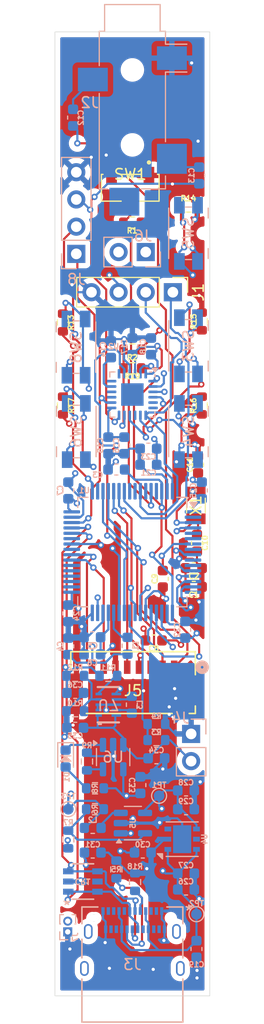
<source format=kicad_pcb>
(kicad_pcb (version 20241229) (generator "pcbnew") (generator_version "9.0")
  (layers (0 "F.Cu" signal) (4 "In1.Cu" power) (6 "In2.Cu" power) (8 "In3.Cu" power) (10 "In4.Cu" power) (2 "B.Cu" signal) (13 "F.Paste" user) (15 "B.Paste" user) (5 "F.SilkS" user "F.Silkscreen") (7 "B.SilkS" user "B.Silkscreen") (1 "F.Mask" user) (3 "B.Mask" user) (25 "Edge.Cuts" user))
  (net 0 "")
  (net 1 "AVDD")
  (net 2 "V11")
  (net 3 "/MCU_IO/NRST")
  (net 4 "OSC_OUT")
  (net 5 "OSC_IN")
  (net 6 "HP_RIGHT")
  (net 7 "Net-(J2-R)")
  (net 8 "Net-(J2-L)")
  (net 9 "HP_LEFT")
  (net 10 "Net-(U2-REF)")
  (net 11 "Net-(U2-AVDD)")
  (net 12 "+1V8")
  (net 13 "USB_3v3_EN")
  (net 14 "BATT_MON")
  (net 15 "+BATT")
  (net 16 "USB_D-")
  (net 17 "UBS_D+")
  (net 19 "USB_GND")
  (net 20 "STAT")
  (net 21 "Net-(D1-K)")
  (net 22 "I2C_SDA")
  (net 23 "I2C1_SCL")
  (net 33 "USB_CC2")
  (net 35 "USB_CC1")
  (net 36 "SD_DAT3")
  (net 37 "SD_CLK")
  (net 38 "SD_DAT1")
  (net 39 "SD_DAT2")
  (net 40 "SD_DAT0")
  (net 41 "SD_CMD")
  (net 42 "UART_RX")
  (net 43 "UART_TX")
  (net 44 "VLX")
  (net 45 "Net-(U5-SW)")
  (net 46 "Net-(U7-L2)")
  (net 47 "Net-(U7-L1)")
  (net 48 "/MCU_IO/SW_BOOT")
  (net 49 "/MCU_IO/BOOT0")
  (net 50 "Net-(U5-FB)")
  (net 51 "Net-(U6-PROG)")
  (net 52 "Net-(U7-FB)")
  (net 53 "Net-(U7-PG)")
  (net 54 "ps_btn_1")
  (net 55 "sk_btn_2")
  (net 56 "v+_btn_3")
  (net 57 "v-_btn_4")
  (net 58 "pp_btn_5")
  (net 60 "FS_A")
  (net 62 "SWDDIO")
  (net 66 "SD_A")
  (net 71 "SWDCLK")
  (net 75 "SCK_A")
  (net 76 "DAC_RST")
  (net 77 "MCLK_A")
  (net 95 "Net-(U2-LDOIN{slash}HPVDD)")
  (footprint "Capacitor_SMD:C_0603_1608Metric" (layer "F.Cu") (at 160 112.2 180)
    (property "Reference" "C1")
    (property "Value" "1u")
  )
  (footprint "Resistor_SMD:R_0603_1608Metric" (layer "F.Cu") (at 147.75 87.525 -90)
    (property "Reference" "R13")
    (property "Value" "10k")
  )
  (footprint "Resistor_SMD:R_0603_1608Metric" (layer "F.Cu") (at 154.23 78.2 180)
    (property "Reference" "R1")
    (property "Value" "10k")
  )
  (footprint "Connector_PinHeader_2.54mm:PinHeader_1x04_P2.54mm_Vertical" (layer "F.Cu") (at 158.04 84.7 -90)
    (property "Reference" "J1")
    (property "Value" "Display")
  )
  (footprint "Capacitor_SMD:C_0603_1608Metric" (layer "F.Cu") (at 160.3 108.1 -90)
    (property "Reference" "C10")
    (property "Value" "6.8pF")
  )
  (footprint "Resistor_SMD:R_0603_1608Metric" (layer "F.Cu") (at 154.25 90.05 180)
    (property "Reference" "R2")
    (property "Value" "0R")
  )
  (footprint "Capacitor_SMD:C_0603_1608Metric" (layer "F.Cu") (at 160 110.45 180)
    (property "Reference" "C2")
    (property "Value" "100n")
  )
  (footprint "Crystal:Crystal_SMD_3215-2Pin_3.2x1.5mm" (layer "F.Cu") (at 160.2 104.6 -90)
    (property "Reference" "X1")
    (property "Value" "32.768kHz")
  )
  (footprint "footprints_sd:CONN12_47309-2651_MOL" (layer "F.Cu") (at 154.316606 121.1339)
    (property "Reference" "J5")
    (property "Value" "473092651")
  )
  (footprint "Resistor_SMD:R_0603_1608Metric" (layer "F.Cu") (at 159.5 76.7)
    (property "Reference" "R14")
    (property "Value" "10k")
  )
  (footprint "Resistor_SMD:R_0603_1608Metric" (layer "F.Cu") (at 147.75 95.275 -90)
    (property "Reference" "R17")
    (property "Value" "10k")
  )
  (footprint "Resistor_SMD:R_0603_1608Metric" (layer "F.Cu") (at 160.75 87.425 90)
    (property "Reference" "R15")
    (property "Value" "10k")
  )
  (footprint "switch:SW_CJS-1200TA" (layer "F.Cu") (at 154.05 74.95 180)
    (property "Reference" "SW1")
    (property "Value" "SW_SPDT")
  )
  (footprint "Capacitor_SMD:C_0603_1608Metric" (layer "F.Cu") (at 156.25 117.2 180)
    (property "Reference" "C8")
    (property "Value" "10u")
  )
  (footprint "Capacitor_SMD:C_0603_1608Metric" (layer "F.Cu") (at 160.4 100.8 90)
    (property "Reference" "C11")
    (property "Value" "6.8pF")
  )
  (footprint "Resistor_SMD:R_0603_1608Metric" (layer "F.Cu") (at 154.25 91.8 180)
    (property "Reference" "R19")
    (property "Value" "0R")
  )
  (footprint "Resistor_SMD:R_0603_1608Metric" (layer "F.Cu") (at 160.75 95.275 90)
    (property "Reference" "R16")
    (property "Value" "10k")
  )
  (footprint "Capacitor_SMD:C_0603_1608Metric" (layer "F.Cu") (at 157.1 111.45 90)
    (property "Reference" "C9")
    (property "Value" "100n")
  )
  (footprint "Package_TO_SOT_SMD:SOT-23-5" (layer "B.Cu") (at 152.45 128.0875 -90)
    (property "Reference" "U6")
    (property "Value" "MCP73831T-2ACI/OT")
  )
  (footprint "Connector_PinHeader_2.54mm:PinHeader_1x02_P2.54mm_Vertical" (layer "B.Cu") (at 159.75 125.925 180)
    (property "Reference" "J4")
    (property "Value" "Battery connector")
  )
  (footprint "Capacitor_SMD:C_0603_1608Metric" (layer "B.Cu") (at 159.275 132.96 180)
    (property "Reference" "C29")
    (property "Value" "100n")
  )
  (footprint "Resistor_SMD:R_0603_1608Metric" (layer "B.Cu") (at 150.75 132.95 180)
    (property "Reference" "R6")
    (property "Value" "200k")
  )
  (footprint "Capacitor_SMD:C_0603_1608Metric" (layer "B.Cu") (at 148.25 103.2 -90)
    (property "Reference" "C7")
    (property "Value" "100n")
  )
  (footprint "Capacitor_SMD:C_0603_1608Metric" (layer "B.Cu") (at 148.9 125.35)
    (property "Reference" "C35")
    (property "Value" "10u")
  )
  (footprint "Connector_PinHeader_1.00mm:PinHeader_1x02_P1.00mm_Vertical" (layer "B.Cu") (at 148.2 144.4)
    (property "Reference" "J7")
    (property "Value" "RESET")
  )
  (footprint "Package_QFP:LQFP-64_10x10mm_P0.5mm" (layer "B.Cu") (at 154.25 108.95 180)
    (property "Reference" "U1")
    (property "Value" "STM32U385RGT6Q")
  )
  (footprint "Capacitor_SMD:C_0603_1608Metric" (layer "B.Cu") (at 159.275 131.2 180)
    (property "Reference" "C28")
    (property "Value" "1u")
  )
  (footprint "Capacitor_SMD:C_0603_1608Metric" (layer "B.Cu") (at 148.7 68.4 -90)
    (property "Reference" "C12")
    (property "Value" "47u")
  )
  (footprint "Capacitor_SMD:C_0603_1608Metric" (layer "B.Cu") (at 148.25 114.675 90)
    (property "Reference" "C24")
    (property "Value" "100n")
  )
  (footprint "Package_DFN_QFN:Texas_RGE0024C_VQFN-24-1EP_4x4mm_P0.5mm_EP2.1x2.1mm" (layer "B.Cu") (at 154.25 94.25 180)
    (property "Reference" "U2")
    (property "Value" "TLV320DAC3203IRGER")
  )
  (footprint "Resistor_SMD:R_0603_1608Metric" (layer "B.Cu") (at 148.9 120.5)
    (property "Reference" "R12")
    (property "Value" "560K")
  )
  (footprint "Package_DFN_QFN:DFN-6-1EP_3x3mm_P0.95mm_EP1.7x2.6mm" (layer "B.Cu") (at 158.91 135.75)
    (property "Reference" "U4")
    (property "Value" "LD39050PU33R")
  )
  (footprint "Package_TO_SOT_SMD:SOT-23-5" (layer "B.Cu") (at 154.3 134.25)
    (property "Reference" "U5")
    (property "Value" "TLV62569DBVR")
  )
  (footprint "Resistor_SMD:R_0603_1608Metric" (layer "B.Cu") (at 156.5 126.5 180)
    (property "Reference" "R3")
    (property "Value" "202k")
  )
  (footprint "Resistor_SMD:R_0603_1608Metric" (layer "B.Cu") (at 150.75 131)
    (property "Reference" "R8")
    (property "Value" "1k5")
  )
  (footprint "Connector_Audio:Jack_3.5mm_CUI_SJ-3524-SMT_Horizontal" (layer "B.Cu") (at 154.25 66.45 180)
    (property "Reference" "J2")
    (property "Value" "SJ-3524-SMT")
  )
  (footprint "Capacitor_SMD:C_0603_1608Metric" (layer "B.Cu") (at 152.25 90.025 90)
    (property "Reference" "C14")
    (property "Value" "1u")
  )
  (footprint "Resistor_SMD:R_0603_1608Metric" (layer "B.Cu") (at 150 128.5 -90)
    (property "Reference" "R9")
    (property "Value" "2k")
  )
  (footprint "Resistor_SMD:R_0603_1608Metric" (layer "B.Cu") (at 152 120.5)
    (property "Reference" "R11")
    (property "Value" "100K")
  )
  (footprint "Connector_PinHeader_2.54mm:PinHeader_1x02_P2.54mm_Vertical" (layer "B.Cu") (at 155.5 80.95 90)
    (property "Reference" "J6")
    (property "Value" "UART")
  )
  (footprint "Inductor_SMD:L_0603_1608Metric" (layer "B.Cu") (at 154.2 123.2 90)
    (property "Reference" "L3")
    (property "Value" "0.47uH")
  )
  (footprint "Capacitor_SMD:C_0603_1608Metric" (layer "B.Cu") (at 150.5 118.5)
    (property "Reference" "C6")
    (property "Value" "100n")
  )
  (footprint "Capacitor_SMD:C_0603_1608Metric" (layer "B.Cu") (at 159.275 140.45 180)
    (property "Reference" "C26")
    (property "Value" "1u")
  )
  (footprint "Capacitor_SMD:C_0603_1608Metric" (layer "B.Cu") (at 150.5375 137 180)
    (property "Reference" "C31")
    (property "Value" "10u")
  )
  (footprint "footprints:DLA0010A" (layer "B.Cu") (at 152 123.2)
    (property "Reference" "U7")
    (property "Value" "TPS63802DLAR")
  )
  (footprint "Button_Switch_SMD:Panasonic_EVQPUL_EVQPUC" (layer "B.Cu") (at 148.975 89.825 -90)
    (property "Reference" "SW8")
    (property "Value" "playlist/song")
  )
  (footprint "Resistor_SMD:R_0603_1608Metric" (layer "B.Cu") (at 148.9 123.8 180)
    (property "Reference" "R10")
    (property "Value" "100K")
  )
  (footprint "Capacitor_SMD:C_0603_1608Metric" (layer "B.Cu") (at 148.25 117.75 90)
    (property "Reference" "C4")
    (property "Value" "2.2u")
  )
  (footprint "Capacitor_SMD:C_0603_1608Metric" (layer "B.Cu") (at 156 89.75 -90)
    (property "Reference" "C18")
    (property "Value" "1u")
  )
  (footprint "Capacitor_SMD:C_0603_1608Metric" (layer "B.Cu") (at 155 130.7 -90)
    (property "Reference" "C33")
    (property "Value" "4.7u")
  )
  (footprint "Capacitor_SMD:C_0603_1608Metric" (layer "B.Cu") (at 156.5 128.2 180)
    (property "Reference" "C34")
    (property "Value" "4.7u")
  )
  (footprint "Capacitor_SMD:C_0603_1608Metric" (layer "B.Cu") (at 152 99 90)
    (property "Reference" "C15")
    (property "Value" "1u")
  )
  (footprint "Capacitor_SMD:C_0603_1608Metric" (layer "B.Cu") (at 160.25 146 -90)
    (property "Reference" "C19")
    (property "Value" "2.2u")
  )
  (footprint "footprints_USB_CON:12401826_AMP" (layer "B.Cu") (at 154.25 147.45 180)
    (property "Reference" "J3")
    (property "Value" "12401826E412A")
    (fp_line (start 3.4603 4.3351) (end 3.7397 4.3351) (stroke (width 0.6604)) (layer "Edge.Cuts"))
  )
  (footprint "Button_Switch_SMD:Panasonic_EVQPUL_EVQPUC" (layer "B.Cu") (at 159.5 97.7 90)
    (property "Reference" "SW4")
    (property "Value" "VOL-")
  )
  (footprint "Capacitor_SMD:C_0603_1608Metric" (layer "B.Cu") (at 155.225 137 180)
    (property "Reference" "C30")
    (property "Value" "4.7u")
  )
  (footprint "TestPoint:TestPoint_Pad_D1.0mm" (layer "B.Cu") (at 160.25 142.75 180)
    (property "Reference" "TP2")
    (property "Value" "5V")
  )
  (footprint "Capacitor_SMD:C_0603_1608Metric" (layer "B.Cu") (at 152.75 101.25 180)
    (property "Reference" "C3")
    (property "Value" "2.2u")
  )
  (footprint "TestPoint:TestPoint_Pad_D1.0mm" (layer "B.Cu") (at 156.75 131.7 180)
    (property "Reference" "TP1")
    (property "Value" "3V3")
  )
  (footprint "Capacitor_SMD:C_0603_1608Metric" (layer "B.Cu") (at 155.75 99.3)
    (property "Reference" "C23")
    (property "Value" "100n")
  )
  (footprint "Resistor_SMD:R_0603_1608Metric" (layer "B.Cu") (at 148.25 135.775 -90)
    (property "Reference" "R7")
    (property "Value" "200k")
  )
  (footprint "Resistor_SMD:R_0603_1608Metric" (layer "B.Cu") (at 156.5 125 180)
    (property "Reference" "R4")
    (property "Value" "202k")
  )
  (footprint "Capacitor_SMD:C_0603_1608Metric" (layer "B.Cu") (at 154.25 89.75 -90)
    (property "Reference" "C17")
    (property "Value" "1u")
  )
  (footprint "LED_SMD:LED_0603_1608Metric" (layer "B.Cu") (at 148 128.225 -90)
    (property "Reference" "D1")
    (property "Value" "LED_PWR_indicator")
  )
  (footprint "TestPoint:TestPoint_Pad_D1.0mm" (layer "B.Cu") (at 148.25 132.95 180)
    (property "Reference" "TP3")
    (property "Value" "1V8")
  )
  (footprint "Connector_PinHeader_2.54mm:PinHeader_1x04_P2.54mm_Vertical" (layer "B.Cu") (at 149 81.12)
    (property "Reference" "J8")
    (property "Value" "SWD")
  )
  (footprint "Capacitor_SMD:C_0603_1608Metric" (layer "B.Cu") (at 160.5 73.8 -90)
    (property "Reference" "C13")
    (property "Value" "47u")
  )
  (footprint "Capacitor_SMD:C_0603_1608Metric" (layer "B.Cu") (at 153.5 99 90)
    (property "Reference" "C16")
    (property "Value" "1u")
  )
  (footprint "Button_Switch_SMD:Panasonic_EVQPUL_EVQPUC" (layer "B.Cu") (at 149 97.7 -90)
    (property "Reference" "SW6")
    (property "Value" "Pause/Play")
  )
  (footprint "Inductor_SMD:L_0603_1608Metric" (layer "B.Cu") (at 153.8 117.7 90)
    (property "Reference" "L1")
    (property "Value" "2.2uH")
  )
  (footprint "Capacitor_SMD:C_0603_1608Metric" (layer "B.Cu") (at 155.75 100.8)
    (property "Reference" "C21")
    (property "Value" "10u")
  )
  (footprint "Button_Switch_SMD:Panasonic_EVQPUL_EVQPUC" (layer "B.Cu") (at 159.5 89.7 90)
    (property "Reference" "SW3")
    (property "Value" "VOL+")
  )
  (footprint "Capacitor_SMD:C_0603_1608Metric" (layer "B.Cu") (at 160.75 103.2 -90)
    (property "Reference" "C25")
    (property "Value" "100n")
  )
  (footprint "Button_Switch_SMD:Panasonic_EVQPUL_EVQPUC" (layer "B.Cu") (at 159.5 79.2 90)
    (property "Reference" "SW5")
    (property "Value" "skip")
  )
  (footprint "Capacitor_SMD:C_0603_1608Metric" (layer "B.Cu") (at 148.9 122.1 180)
    (property "Reference" "C36")
    (property "Value" "22u")
  )
  (footprint "footprints_usbLC6:SOT23-6L_STM" (layer "B.Cu") (at 149.61525 139.7)
    (property "Reference" "CR1")
    (property "Value" "USBLC6-2SC6")
  )
  (footprint "Capacitor_SMD:C_0603_1608Metric" (layer "B.Cu") (at 150.5 116.9)
    (property "Reference" "C5")
    (property "Value" "10u")
  )
  (footprint "Capacitor_SMD:C_0603_1608Metric" (layer "B.Cu") (at 159.2 116.2 -90)
    (property "Reference" "C22")
    (property "Value" "100n")
  )
  (footprint "Resistor_SMD:R_0603_1608Metric" (layer "B.Cu") (at 152.75 138.575 90)
    (property "Reference" "R5")
    (property "Value" "5K1")
  )
  (footprint "Resistor_SMD:R_0603_1608Metric" (layer "B.Cu") (at 154.5 139.75 90)
    (property "Reference" "R18")
    (property "Value" "5K1")
  )
  (footprint "Capacitor_SMD:C_0603_1608Metric" (layer "B.Cu") (at 159.275 138.95 180)
    (property "Reference" "C27")
    (property "Value" "100n")
  )
  (footprint "Inductor_SMD:L_0603_1608Metric" (layer "B.Cu") (at 150.5375 134.7 180)
    (property "Reference" "L2")
    (property "Value" "2.2uH")
  )
  (gr_line (start 147.5 128.475) (end 148 127.975) (stroke (width 0.1)) (layer "B.SilkS"))
  (gr_line (start 148 127.975) (end 148.5 128.475) (stroke (width 0.1)) (layer "B.SilkS"))
  (gr_line (start 147.75 127.975) (end 147.5 127.975) (stroke (width 0.1)) (layer "B.SilkS"))
  (gr_line (start 147.5 127.975) (end 148.5 127.975) (stroke (width 0.1)) (layer "B.SilkS"))
  (gr_line (start 148.5 128.475) (end 147.5 128.475) (stroke (width 0.1)) (layer "B.SilkS"))
  (gr_poly (pts (xy 147.5 128.475) (xy 148 127.975) (xy 148.5 128.475)) (stroke (width 0.1)) (fill yes) (layer "B.SilkS"))
  (gr_rect (start 147 60.4) (end 161.5 150.374906) (stroke (width 0.05)) (fill no) (layer "Edge.Cuts"))
  (segment (start 158.60402 111.300988) (end 158.51577 111.389238) (width 0.2) (layer "F.Cu") (net 1))
  (segment (start 158.51577 111.49077) (end 159.225 112.2) (width 0.2) (layer "F.Cu") (net 1))
  (segment (start 158.51577 111.389238) (end 158.51577 111.49077) (width 0.2) (layer "F.Cu") (net 1))
  (segment (start 155.475 117.2) (end 155.475 116.275) (width 0.2) (layer "F.Cu") (net 1))
  (segment (start 155.075 90.05) (end 155.075 89.969142) (width 0.2) (layer "F.Cu") (net 1))
  (segment (start 154.866616 118.733384) (end 155 118.6) (width 0.2) (layer "F.Cu") (net 1))
  (segment (start 154.866616 119.7) (end 154.866616 118.733384) (width 0.2) (layer "F.Cu") (net 1))
  (segment (start 155.475 116.275) (end 155.3 116.1) (width 0.2) (layer "F.Cu") (net 1))
  (segment (start 152.3 73.8) (end 152.3 72.4) (width 0.2) (layer "F.Cu") (net 1))
  (segment (start 155.075 89.969142) (end 156.787151 88.256991) (width 0.2) (layer "F.Cu") (net 1))
  (segment (start 152.3 72.4) (end 151.8 71.9) (width 0.2) (layer "F.Cu") (net 1))
  (segment (start 159.225 112.2) (end 159.225 110.45) (width 0.2) (layer "F.Cu") (net 1))
  (via blind (at 156.787151 88.256991) (size 0.6) (drill 0.3) (layers "F.Cu" "In3.Cu") (net 1))
  (via blind (at 155 118.6) (size 0.6) (drill 0.3) (layers "F.Cu" "In3.Cu") (net 1))
  (via (at 158.60402 111.300988) (size 0.6) (drill 0.3) (layers "F.Cu" "B.Cu") (net 1))
  (via blind (at 151.8 71.9) (size 0.6) (drill 0.3) (layers "F.Cu" "In3.Cu") (net 1))
  (via blind (at 155.3 116.1) (size 0.6) (drill 0.3) (layers "F.Cu" "In3.Cu") (net 1))
  (segment (start 148.626 103.975) (end 149.051 104.4) (width 0.2) (layer "B.Cu") (net 1))
  (segment (start 148.075 120.5) (end 148.851 119.724) (width 0.2) (layer "B.Cu") (net 1))
  (segment (start 152.750001 122.199999) (end 152.750001 122.049999) (width 0.2) (layer "B.Cu") (net 1))
  (segment (start 160.35 77.65) (end 160.1 77.9) (width 0.2) (layer "B.Cu") (net 1))
  (segment (start 160.35 91.25) (end 160 90.9) (width 0.2) (layer "B.Cu") (net 1))
  (segment (start 148.25 113.9) (end 148.9 113.9) (width 0.2) (layer "B.Cu") (net 1))
  (segment (start 160.75 103.975) (end 160.575 103.975) (width 0.2) (layer "B.Cu") (net 1))
  (segment (start 153.1625 135.2) (end 154.1 135.2) (width 0.2) (layer "B.Cu") (net 1))
  (segment (start 158.5 131.2) (end 157.25 131.2) (width 0.2) (layer "B.Cu") (net 1))
  (segment (start 158.8 111.2) (end 159.925 111.2) (width 0.2) (layer "B.Cu") (net 1))
  (segment (start 160.575 103.975) (end 159.9 103.3) (width 0.2) (layer "B.Cu") (net 1))
  (segment (start 156.525 100.8) (end 156.525 99.3) (width 0.2) (layer "B.Cu") (net 1))
  (segment (start 148.15 95.075) (end 148.15 95.65) (width 0.2) (layer "B.Cu") (net 1))
  (segment (start 148.125 122.1) (end 148.125 120.55) (width 0.2) (layer "B.Cu") (net 1))
  (segment (start 149 76.04) (end 149.34 76.04) (width 0.2) (layer "B.Cu") (net 1))
  (segment (start 159.2 116.975) (end 159.825 116.975) (width 0.2) (layer "B.Cu") (net 1))
  (segment (start 160.35 81.05) (end 159.9 80.6) (width 0.2) (layer "B.Cu") (net 1))
  (segment (start 148.125 120.55) (end 148.075 120.5) (width 0.2) (layer "B.Cu") (net 1))
  (segment (start 160.35 95.85) (end 160.35 95.075) (width 0.2) (layer "B.Cu") (net 1))
  (segment (start 148.125 87.825) (end 148.9 88.6) (width 0.2) (layer "B.Cu") (net 1))
  (segment (start 149.34 76.04) (end 150.3 77) (width 0.2) (layer "B.Cu") (net 1))
  (segment (start 152.96 84.7) (end 152.96 83.96) (width 0.2) (layer "B.Cu") (net 1))
  (segment (start 156.75 131.7) (end 155.4375 133.0125) (width 0.2) (layer "B.Cu") (net 1))
  (segment (start 152 116.175) (end 152 114.625) (width 0.2) (layer "B.Cu") (net 1))
  (segment (start 156.6671 100.8) (end 158 102.1329) (width 0.2) (layer "B.Cu") (net 1))
  (segment (start 160.35 76.575) (end 160.35 77.65) (width 0.2) (layer "B.Cu") (net 1))
  (segment (start 148.075 120.5) (end 148.075 119.775) (width 0.2) (layer "B.Cu") (net 1))
  (segment (start 160.35 100.325) (end 160.35 99.15) (width 0.2) (layer "B.Cu") (net 1))
  (segment (start 150.399 119.724) (end 151.175 120.5) (width 0.2) (layer "B.Cu") (net 1))
  (segment (start 156.75 132.65) (end 157 132.9) (width 0.2) (layer "B.Cu") (net 1))
  (segment (start 160.35 87.85) (end 159.7 88.5) (width 0.2) (layer "B.Cu") (net 1))
  (segment (start 158.699012 111.300988) (end 158.8 111.2) (width 0.2) (layer "B.Cu") (net 1))
  (segment (start 148.15 99.35) (end 148.6 98.9) (width 0.2) (layer "B.Cu") (net 1))
  (segment (start 158.075 116.975) (end 157 115.9) (width 0.2) (layer "B.Cu") (net 1))
  (segment (start 156.525 100.8) (end 156.6671 100.8) (width 0.2) (layer "B.Cu") (net 1))
  (segment (start 148.125 91.475) (end 148.4 91.2) (width 0.2) (layer "B.Cu") (net 1))
  (segment (start 148.25 103.975) (end 148.626 103.975) (width 0.2) (layer "B.Cu") (net 1))
  (segment (start 148.575 112.7) (end 148.575 113.575) (width 0.2) (layer "B.Cu") (net 1))
  (segment (start 148.125 87.2) (end 148.125 87.825) (width 0.2) (layer "B.Cu") (net 1))
  (segment (start 160.25 134.8) (end 160.25 134.38511) (width 0.2) (layer "B.Cu") (net 1))
  (segment (start 158.82489 132.96) (end 158.5 132.96) (width 0.2) (layer "B.Cu") (net 1))
  (segment (start 156.525 99.3) (end 156.525 98.625) (width 0.2) (layer "B.Cu") (net 1))
  (segment (start 159.825 116.975) (end 160.274265 116.525735) (width 0.2) (layer "B.Cu") (net 1))
  (segment (start 148.9 113.9) (end 149.2 114.2) (width 0.2) (layer "B.Cu") (net 1))
  (segment (start 153.122733 136.856127) (end 153.556127 136.856127) (width 0.2) (layer "B.Cu") (net 1))
  (segment (start 159.2 116.975) (end 158.075 116.975) (width 0.2) (layer "B.Cu") (net 1))
  (segment (start 158.60402 111.300988) (end 158.699012 111.300988) (width 0.2) (layer "B.Cu") (net 1))
  (segment (start 155.4375 133.0125) (end 155.4375 133.3) (width 0.2) (layer "B.Cu") (net 1))
  (segment (start 148.575 113.575) (end 148.25 113.9) (width 0.2) (layer "B.Cu") (net 1))
  (segment (start 160.35 92.325) (end 160.35 91.25) (width 0.2) (layer "B.Cu") (net 1))
  (segment (start 159.9 96.3) (end 160.35 95.85) (width 0.2) (layer "B.Cu") (net 1))
  (segment (start 156.75 131.7) (end 156.75 132.65) (width 0.2) (layer "B.Cu") (net 1))
  (segment (start 152.750001 122.049999) (end 153.1 121.7) (width 0.2) (layer "B.Cu") (net 1))
  (segment (start 148.125 92.45) (end 148.125 91.475) (width 0.2) (layer "B.Cu") (net 1))
  (segment (start 152.96 83.96) (end 152.1 83.1) (width 0.2) (layer "B.Cu") (net 1))
  (segment (start 151.175 118.6) (end 151.275 118.5) (width 0.2) (layer "B.Cu") (net 1))
  (segment (start 160.35 81.825) (end 160.35 81.05) (width 0.2) (layer "B.Cu") (net 1))
  (segment (start 160.35 99.15) (end 160.1 98.9) (width 0.2) (layer "B.Cu") (net 1))
  (segment (start 148.075 119.775) (end 148 119.7) (width 0.2) (layer "B.Cu") (net 1))
  (segment (start 160.35 87.075) (end 160.35 87.85) (width 0.2) (layer "B.Cu") (net 1))
  (segment (start 151.275 118.5) (end 151.275 116.9) (width 0.2) (layer "B.Cu") (net 1))
  (segment (start 148.25 103.975) (end 148.25 104.875) (width 0.2) (layer "B.Cu") (net 1))
  (segment (start 158 102.1329) (end 158 103.275) (width 0.2) (layer "B.Cu") (net 1))
  (segment (start 159.925 105.2) (end 159.925 104.8) (width 0.2) (layer "B.Cu") (net 1))
  (segment (start 148.25 104.875) (end 148.575 105.2) (width 0.2) (layer "B.Cu") (net 1))
  (segment (start 159.925 104.8) (end 160.75 103.975) (width 0.2) (layer "B.Cu") (net 1))
  (segment (start 154.45 136.4875) (end 154.45 137) (width 0.2) (layer "B.Cu") (net 1))
  (segment (start 158.5 132.96) (end 158.5 131.2) (width 0.2) (layer "B.Cu") (net 1))
  (segment (start 151.275 116.9) (end 152 116.175) (width 0.2) (layer "B.Cu") (net 1))
  (segment (start 153.7 137) (end 154.45 137) (width 0.2) (layer "B.Cu") (net 1))
  (segment (start 151.6 118.5) (end 152.4 117.7) (width 0.2) (layer "B.Cu") (net 1))
  (segment (start 151.275 118.5) (end 151.6 118.5) (width 0.2) (layer "B.Cu") (net 1))
  (segment (start 156.525 98.625) (end 156.3 98.4) (width 0.2) (layer "B.Cu") (net 1))
  (segment (start 157 115.9) (end 157 114.625) (width 0.2) (layer "B.Cu") (net 1))
  (segment (start 148.15 100.325) (end 148.15 99.35) (width 0.2) (layer "B.Cu") (net 1))
  (segment (start 160.25 134.38511) (end 158.82489 132.96) (width 0.2) (layer "B.Cu") (net 1))
  (segment (start 157.25 131.2) (end 156.75 131.7) (width 0.2) (layer "B.Cu") (net 1))
  (segment (start 159.9 97) (end 159.9 96.3) (width 0.2) (layer "B.Cu") (net 1))
  (segment (start 153.556127 136.856127) (end 153.7 137) (width 0.2) (layer "B.Cu") (net 1))
  (segment (start 148.15 95.65) (end 148.9 96.4) (width 0.2) (layer "B.Cu") (net 1))
  (segment (start 148.851 119.724) (end 150.399 119.724) (width 0.2) (layer "B.Cu") (net 1))
  (via blind (at 150.3 77) (size 0.6) (drill 0.3) (layers "In3.Cu" "B.Cu") (net 1))
  (via blind (at 149.2 114.2) (size 0.6) (drill 0.3) (layers "In3.Cu" "B.Cu") (net 1))
  (via blind (at 149.051 104.4) (size 0.6) (drill 0.3) (layers "In3.Cu" "B.Cu") (net 1))
  (via blind (at 160.274265 116.525735) (size 0.6) (drill 0.3) (layers "In3.Cu" "B.Cu") (net 1))
  (via blind (at 157 132.9) (size 0.6) (drill 0.3) (layers "In3.Cu" "B.Cu") (net 1))
  (via blind (at 159.7 88.5) (size 0.6) (drill 0.3) (layers "In3.Cu" "B.Cu") (net 1))
  (via blind (at 152.4 117.7) (size 0.6) (drill 0.3) (layers "In3.Cu" "B.Cu") (net 1))
  (via blind (at 148.9 88.6) (size 0.6) (drill 0.3) (layers "In3.Cu" "B.Cu") (net 1))
  (via blind (at 159.9 80.6) (size 0.6) (drill 0.3) (layers "In3.Cu" "B.Cu") (net 1))
  (via blind (at 160.1 98.9) (size 0.6) (drill 0.3) (layers "In3.Cu" "B.Cu") (net 1))
  (via blind (at 153.122733 136.856127) (size 0.6) (drill 0.3) (layers "In3.Cu" "B.Cu") (net 1))
  (via blind (at 148 119.7) (size 0.6) (drill 0.3) (layers "In3.Cu" "B.Cu") (net 1))
  (via blind (at 148.9 96.4) (size 0.6) (drill 0.3) (layers "In3.Cu" "B.Cu") (net 1))
  (via blind (at 159.9 97) (size 0.6) (drill 0.3) (layers "In3.Cu" "B.Cu") (net 1))
  (via blind (at 156.3 98.4) (size 0.6) (drill 0.3) (layers "In3.Cu" "B.Cu") (net 1))
  (via blind (at 154.1 135.2) (size 0.6) (drill 0.3) (layers "In3.Cu" "B.Cu") (net 1))
  (via blind (at 159.9 103.3) (size 0.6) (drill 0.3) (layers "In3.Cu" "B.Cu") (net 1))
  (via blind (at 152.1 83.1) (size 0.6) (drill 0.3) (layers "In3.Cu" "B.Cu") (net 1))
  (via blind (at 153.1 121.7) (size 0.6) (drill 0.3) (layers "In3.Cu" "B.Cu") (net 1))
  (via blind (at 148.4 91.2) (size 0.6) (drill 0.3) (layers "In3.Cu" "B.Cu") (net 1))
  (via blind (at 148.6 98.9) (size 0.6) (drill 0.3) (layers "In3.Cu" "B.Cu") (net 1))
  (via blind (at 160.1 77.9) (size 0.6) (drill 0.3) (layers "In3.Cu" "B.Cu") (net 1))
  (via blind (at 160 90.9) (size 0.6) (drill 0.3) (layers "In3.Cu" "B.Cu") (net 1))
  (segment (start 153.525 101.25) (end 154.474 102.199) (width 0.2) (layer "B.Cu") (net 2))
  (segment (start 157 104.8) (end 157 103.275) (width 0.2) (layer "B.Cu") (net 2))
  (segment (start 152.51261 118.4875) (end 153.8 118.4875) (width 0.2) (layer "B.Cu") (net 2))
  (segment (start 157 102.466176) (end 157 103.275) (width 0.2) (layer "B.Cu") (net 2))
  (segment (start 154.474 102.199) (end 156.732824 102.199) (width 0.2) (layer "B.Cu") (net 2))
  (segment (start 150.5 119.276) (end 150.5 117.772152) (width 0.2) (layer "B.Cu") (net 2))
  (segment (start 148.25 118.525) (end 149.001 119.276) (width 0.2) (layer "B.Cu") (net 2))
  (segment (start 150.5 119.276) (end 151.72411 119.276) (width 0.2) (layer "B.Cu") (net 2))
  (segment (start 150.5 117.772152) (end 150.500001 117.772151) (width 0.2) (layer "B.Cu") (net 2))
  (segment (start 151.72411 119.276) (end 152.51261 118.4875) (width 0.2) (layer "B.Cu") (net 2))
  (segment (start 149.001 119.276) (end 150.5 119.276) (width 0.2) (layer "B.Cu") (net 2))
  (segment (start 153.8 118.4875) (end 153.3 118.4875) (width 0.2) (layer "B.Cu") (net 2))
  (segment (start 156.732824 102.199) (end 157 102.466176) (width 0.2) (layer "B.Cu") (net 2))
  (segment (start 151 113.2) (end 151 114.625) (width 0.2) (layer "B.Cu") (net 2))
  (via blind (at 157 104.8) (size 0.6) (drill 0.3) (layers "In2.Cu" "B.Cu") (net 2))
  (via blind (at 150.500001 117.772151) (size 0.6) (drill 0.3) (layers "In2.Cu" "B.Cu") (net 2))
  (via blind (at 151 113.2) (size 0.6) (drill 0.3) (layers "In2.Cu" "B.Cu") (net 2))
  (segment (start 157 109.3) (end 157.1 109.4) (width 0.2) (layer "F.Cu") (net 3))
  (segment (start 157.1 109.4) (end 157.1 110.675) (width 0.2) (layer "F.Cu") (net 3))
  (via (at 157 109.3) (size 0.6) (drill 0.3) (layers "F.Cu" "B.Cu") (net 3))
  (segment (start 157 109.3) (end 158.1 108.2) (width 0.2) (layer "B.Cu") (net 3))
  (segment (start 158.1 108.2) (end 159.925 108.2) (width 0.2) (layer "B.Cu") (net 3))
  (segment (start 158.401 107.000003) (end 159.049997 107.000003) (width 0.2) (layer "F.Cu") (net 4))
  (segment (start 160.4 106.05) (end 160.2 105.85) (width 0.2) (layer "F.Cu") (net 4))
  (segment (start 159.049997 107.000003) (end 160.2 105.85) (width 0.2) (layer "F.Cu") (net 4))
  (segment (start 160.4 107.325) (end 160.4 106.05) (width 0.2) (layer "F.Cu") (net 4))
  (via (at 158.401 107.000003) (size 0.6) (drill 0.3) (layers "F.Cu" "B.Cu") (net 4))
  (segment (start 158.750943 106.7) (end 158.45094 107.000003) (width 0.2) (layer "B.Cu") (net 4))
  (segment (start 158.45094 107.000003) (end 158.401 107.000003) (width 0.2) (layer "B.Cu") (net 4))
  (segment (start 159.925 106.7) (end 158.750943 106.7) (width 0.2) (layer "B.Cu") (net 4))
  (segment (start 160.4 101.575) (end 160.4 103.15) (width 0.2) (layer "F.Cu") (net 5))
  (segment (start 158.401 105.149) (end 160.2 103.35) (width 0.2) (layer "F.Cu") (net 5))
  (segment (start 158.401 106.2) (end 158.401 105.149) (width 0.2) (layer "F.Cu") (net 5))
  (segment (start 160.4 103.15) (end 160.2 103.35) (width 0.2) (layer "F.Cu") (net 5))
  (via (at 158.401 106.2) (size 0.6) (drill 0.3) (layers "F.Cu" "B.Cu") (net 5))
  (segment (start 159.925 106.2) (end 158.401 106.2) (width 0.2) (layer "B.Cu") (net 5))
  (segment (start 157.388151 89.98987) (end 157.388151 86.350151) (width 0.2) (layer "F.Cu") (net 6))
  (segment (start 155.516717 97.96666) (end 155.299 97.748943) (width 0.2) (layer "F.Cu") (net 6))
  (segment (start 155.299 97.251057) (end 155.516717 97.03334) (width 0.2) (layer "F.Cu") (net 6))
  (segment (start 158.001 90.602719) (end 157.388151 89.98987) (width 0.2) (layer "F.Cu") (net 6))
  (segment (start 156.651 85.613) (end 156.651 76.851) (width 0.2) (layer "F.Cu") (net 6))
  (segment (start 156.651 76.851) (end 153.101 73.301) (width 0.2) (layer "F.Cu") (net 6))
  (segment (start 153.101 73.301) (end 153.101 72.351057) (width 0.2) (layer "F.Cu") (net 6))
  (segment (start 158.001 94.548) (end 158.001 90.602719) (width 0.2) (layer "F.Cu") (net 6))
  (segment (start 155.299 97.748943) (end 155.299 97.251057) (width 0.2) (layer "F.Cu") (net 6))
  (segment (start 153.101 72.351057) (end 151.549943 70.8) (width 0.2) (layer "F.Cu") (net 6))
  (segment (start 157.388151 86.350151) (end 156.651 85.613) (width 0.2) (layer "F.Cu") (net 6))
  (segment (start 155.516717 97.032283) (end 158.001 94.548) (width 0.2) (layer "F.Cu") (net 6))
  (segment (start 155.516717 97.03334) (end 155.516717 97.032283) (width 0.2) (layer "F.Cu") (net 6))
  (segment (start 155.516717 98.237298) (end 155.516717 97.96666) (width 0.2) (layer "F.Cu") (net 6))
  (segment (start 151.549943 70.8) (end 149.1 70.8) (width 0.2) (layer "F.Cu") (net 6))
  (via (at 149.1 70.8) (size 0.6) (drill 0.3) (layers "F.Cu" "B.Cu") (net 6))
  (via (at 155.516717 98.237298) (size 0.6) (drill 0.3) (layers "F.Cu" "B.Cu") (net 6))
  (segment (start 155.516717 98.167717) (end 154 96.651) (width 0.2) (layer "B.Cu") (net 6))
  (segment (start 149.1 70.8) (end 149.1 69.575) (width 0.2) (layer "B.Cu") (net 6))
  (segment (start 149.1 69.575) (end 148.7 69.175) (width 0.2) (layer "B.Cu") (net 6))
  (segment (start 154 96.651) (end 154 96.1875) (width 0.2) (layer "B.Cu") (net 6))
  (segment (start 155.516717 98.237298) (end 155.516717 98.167717) (width 0.2) (layer "B.Cu") (net 6))
  (segment (start 148.7 67.625) (end 148.7 66.7) (width 0.2) (layer "B.Cu") (net 7))
  (segment (start 148.7 66.7) (end 150.55 64.85) (width 0.2) (layer "B.Cu") (net 7))
  (segment (start 158.725 73.025) (end 157.95 72.25) (width 0.2) (layer "B.Cu") (net 8))
  (segment (start 160.5 73.025) (end 158.725 73.025) (width 0.2) (layer "B.Cu") (net 8))
  (segment (start 150.44776 83.1) (end 150.4 83.1) (width 0.2) (layer "F.Cu") (net 9))
  (segment (start 151.8 84.45224) (end 150.44776 83.1) (width 0.2) (layer "F.Cu") (net 9))
  (segment (start 150.4 76.1) (end 150.7 75.8) (width 0.2) (layer "F.Cu") (net 9))
  (segment (start 150.4 83.1) (end 150.4 76.1) (width 0.2) (layer "F.Cu") (net 9))
  (segment (start 152.6 96.8) (end 151.8 96) (width 0.2) (layer "F.Cu") (net 9))
  (segment (start 151.8 96) (end 151.8 84.45224) (width 0.2) (layer "F.Cu") (net 9))
  (via (at 152.6 96.8) (size 0.6) (drill 0.3) (layers "F.Cu" "B.Cu") (net 9))
  (via (at 150.7 75.8) (size 0.6) (drill 0.3) (layers "F.Cu" "B.Cu") (net 9))
  (segment (start 153 96.4) (end 152.6 96.8) (width 0.2) (layer "B.Cu") (net 9))
  (segment (start 150.7 75.8) (end 151.925 74.575) (width 0.2) (layer "B.Cu") (net 9))
  (segment (start 151.925 74.575) (end 160.5 74.575) (width 0.2) (layer "B.Cu") (net 9))
  (segment (start 153 96.1875) (end 153 96.4) (width 0.2) (layer "B.Cu") (net 9))
  (segment (start 151.574 93.214798) (end 151.574 91.476) (width 0.2) (layer "B.Cu") (net 10))
  (segment (start 151.859202 93.5) (end 151.574 93.214798) (width 0.2) (layer "B.Cu") (net 10))
  (segment (start 151.574 91.476) (end 152.25 90.8) (width 0.2) (layer "B.Cu") (net 10))
  (segment (start 152.3125 93.5) (end 151.859202 93.5) (width 0.2) (layer "B.Cu") (net 10))
  (segment (start 152 98.225) (end 152 95.8125) (width 0.2) (layer "B.Cu") (net 11))
  (segment (start 152 98.225) (end 153.5 98.225) (width 0.2) (layer "B.Cu") (net 11))
  (segment (start 152 95.8125) (end 152.3125 95.5) (width 0.2) (layer "B.Cu") (net 11))
  (segment (start 157 91.6) (end 156.8 91.8) (width 0.2) (layer "F.Cu") (net 12))
  (segment (start 156.8 91.8) (end 155.075 91.8) (width 0.2) (layer "F.Cu") (net 12))
  (segment (start 157 90.119168) (end 157 91.6) (width 0.2) (layer "F.Cu") (net 12))
  (segment (start 156.595532 89.7147) (end 157 90.119168) (width 0.2) (layer "F.Cu") (net 12))
  (via blind (at 156.595532 89.7147) (size 0.6) (drill 0.3) (layers "F.Cu" "B.Cu") (net 12))
  (segment (start 156.60248 91.833443) (end 156.123423 92.3125) (width 0.2) (layer "B.Cu") (net 12))
  (segment (start 154.25 90.525) (end 154.5 90.775) (width 0.2) (layer "B.Cu") (net 12))
  (segment (start 149.825 134.7) (end 151.575 132.95) (width 0.2) (layer "B.Cu") (net 12))
  (segment (start 154.5 90.775) (end 154.5 92.3125) (width 0.2) (layer "B.Cu") (net 12))
  (segment (start 156.123423 92.3125) (end 155.5 92.3125) (width 0.2) (layer "B.Cu") (net 12))
  (segment (start 156.5 90.2) (end 156.175 90.525) (width 0.2) (layer "B.Cu") (net 12))
  (segment (start 154.975 89.8) (end 156.510232 89.8) (width 0.2) (layer "B.Cu") (net 12))
  (segment (start 149.026 132.174) (end 148.25 132.95) (width 0.2) (layer "B.Cu") (net 12))
  (segment (start 149.75 134.7) (end 149.825 134.7) (width 0.2) (layer "B.Cu") (net 12))
  (segment (start 149.9 138.149999) (end 149.9 137.675) (width 0.2) (layer "B.Cu") (net 12))
  (segment (start 156.175 90.525) (end 156 90.525) (width 0.2) (layer "B.Cu") (net 12))
  (segment (start 156.60248 91.12748) (end 156.60248 91.833443) (width 0.2) (layer "B.Cu") (net 12))
  (segment (start 156 90.525) (end 156.60248 91.12748) (width 0.2) (layer "B.Cu") (net 12))
  (segment (start 150.799 132.174) (end 149.026 132.174) (width 0.2) (layer "B.Cu") (net 12))
  (segment (start 149.7625 137.5375) (end 149.7625 137) (width 0.2) (layer "B.Cu") (net 12))
  (segment (start 148.25 131.75) (end 148.5 131.5) (width 0.2) (layer "B.Cu") (net 12))
  (segment (start 148.25 132.95) (end 148.25 131.75) (width 0.2) (layer "B.Cu") (net 12))
  (segment (start 154.25 90.525) (end 154.975 89.8) (width 0.2) (layer "B.Cu") (net 12))
  (segment (start 149.9 137.675) (end 149.7625 137.5375) (width 0.2) (layer "B.Cu") (net 12))
  (segment (start 151.575 132.95) (end 150.799 132.174) (width 0.2) (layer "B.Cu") (net 12))
  (segment (start 156.5 89.810232) (end 156.5 90.2) (width 0.2) (layer "B.Cu") (net 12))
  (segment (start 156.595532 89.7147) (end 156.5 89.810232) (width 0.2) (layer "B.Cu") (net 12))
  (segment (start 156.510232 89.8) (end 156.595532 89.7147) (width 0.2) (layer "B.Cu") (net 12))
  (via blind (at 149.9 138.149999) (size 0.6) (drill 0.3) (layers "In2.Cu" "B.Cu") (net 12))
  (via blind (at 148.5 131.5) (size 0.6) (drill 0.3) (layers "In2.Cu" "B.Cu") (net 12))
  (segment (start 152.7 131) (end 151.575 131) (width 0.2) (layer "B.Cu") (net 13))
  (segment (start 160.25 142.75) (end 160.25 142.2) (width 0.2) (layer "B.Cu") (net 13))
  (segment (start 156.7 146.1) (end 159.375 146.1) (width 0.2) (layer "B.Cu") (net 13))
  (segment (start 153.249999 144.154901) (end 153.249999 143.3149) (width 0.2) (layer "B.Cu") (net 13))
  (segment (start 153.7 131.7) (end 154.775 131.7) (width 0.2) (layer "B.Cu") (net 13))
  (segment (start 158.5 138.95) (end 160.25 137.2) (width 0.2) (layer "B.Cu") (net 13))
  (segment (start 155.75 145.15) (end 156.7 146.1) (width 0.2) (layer "B.Cu") (net 13))
  (segment (start 153.4 131.7) (end 152.7 131) (width 0.2) (layer "B.Cu") (net 13))
  (segment (start 159.375 146.1) (end 160.25 145.225) (width 0.2) (layer "B.Cu") (net 13))
  (segment (start 157.57 138.02) (end 157.57 136.7) (width 0.2) (layer "B.Cu") (net 13))
  (segment (start 153.4 131.4) (end 153.4 129.225) (width 0.2) (layer "B.Cu") (net 13))
  (segment (start 153.249999 143.3149) (end 153 143.064901) (width 0.2) (layer "B.Cu") (net 13))
  (segment (start 153.249999 145.249999) (end 154.1 146.1) (width 0.2) (layer "B.Cu") (net 13))
  (segment (start 155.75 144.154901) (end 155.75 145.15) (width 0.2) (layer "B.Cu") (net 13))
  (segment (start 155.5 143.2949) (end 155.5 142.4549) (width 0.2) (layer "B.Cu") (net 13))
  (segment (start 154.1 146.1) (end 156.7 146.1) (width 0.2) (layer "B.Cu") (net 13))
  (segment (start 153.249999 144.154901) (end 153.249999 145.249999) (width 0.2) (layer "B.Cu") (net 13))
  (segment (start 153 143.064901) (end 153 142.4549) (width 0.2) (layer "B.Cu") (net 13))
  (segment (start 158.5 138.95) (end 157.35 138.95) (width 0.2) (layer "B.Cu") (net 13))
  (segment (start 160.25 142.2) (end 158.5 140.45) (width 0.2) (layer "B.Cu") (net 13))
  (segment (start 155.75 143.5449) (end 155.5 143.2949) (width 0.2) (layer "B.Cu") (net 13))
  (segment (start 154.775 131.7) (end 155 131.475) (width 0.2) (layer "B.Cu") (net 13))
  (segment (start 157.35 138.95) (end 157.1 138.7) (width 0.2) (layer "B.Cu") (net 13))
  (segment (start 160.25 137.2) (end 160.25 136.7) (width 0.2) (layer "B.Cu") (net 13))
  (segment (start 155.75 144.154901) (end 155.75 143.5449) (width 0.2) (layer "B.Cu") (net 13))
  (segment (start 153.7 131.7) (end 153.4 131.7) (width 0.2) (layer "B.Cu") (net 13))
  (segment (start 153.7 131.7) (end 153.4 131.4) (width 0.2) (layer "B.Cu") (net 13))
  (segment (start 158.5 140.45) (end 158.5 138.95) (width 0.2) (layer "B.Cu") (net 13))
  (segment (start 160.25 145.225) (end 160.25 142.75) (width 0.2) (layer "B.Cu") (net 13))
  (segment (start 158.5 138.95) (end 157.57 138.02) (width 0.2) (layer "B.Cu") (net 13))
  (via blind (at 153.7 131.7) (size 0.6) (drill 0.3) (layers "In2.Cu" "B.Cu") (net 13))
  (via blind (at 157.1 138.7) (size 0.6) (drill 0.3) (layers "In2.Cu" "B.Cu") (net 13))
  (segment (start 154 115.8964) (end 154 114.625) (width 0.2) (layer "B.Cu") (net 14))
  (segment (start 155.675 126.5) (end 155.675 125) (width 0.2) (layer "B.Cu") (net 14))
  (segment (start 155.2 117.0964) (end 154 115.8964) (width 0.2) (layer "B.Cu") (net 14))
  (segment (start 155.675 125) (end 155.2 124.525) (width 0.2) (layer "B.Cu") (net 14))
  (segment (start 155.2 124.525) (end 155.2 117.0964) (width 0.2) (layer "B.Cu") (net 14))
  (segment (start 157.325 126.5) (end 157.325 126.6) (width 0.2) (layer "B.Cu") (net 15))
  (segment (start 157.785 126.5) (end 159.75 128.465) (width 0.2) (layer "B.Cu") (net 15))
  (segment (start 155.725 128.2) (end 154.65 128.2) (width 0.2) (layer "B.Cu") (net 15))
  (segment (start 151 125.35) (end 151 124.200002) (width 0.2) (layer "B.Cu") (net 15))
  (segment (start 154.65 128.2) (end 153.4 126.95) (width 0.2) (layer "B.Cu") (net 15))
  (segment (start 153.4 126.95) (end 153.4 126.287501) (width 0.2) (layer "B.Cu") (net 15))
  (segment (start 152.462499 125.35) (end 151 125.35) (width 0.2) (layer "B.Cu") (net 15))
  (segment (start 153.356249 126.243751) (end 152.462499 125.35) (width 0.2) (layer "B.Cu") (net 15))
  (segment (start 151 125.35) (end 149.675 125.35) (width 0.2) (layer "B.Cu") (net 15))
  (segment (start 152.650002 125.162497) (end 152.650002 124.200002) (width 0.2) (layer "B.Cu") (net 15))
  (segment (start 157.325 126.6) (end 155.725 128.2) (width 0.2) (layer "B.Cu") (net 15))
  (segment (start 157.325 126.5) (end 157.785 126.5) (width 0.2) (layer "B.Cu") (net 15))
  (segment (start 153.4 126.287501) (end 153.356249 126.243751) (width 0.2) (layer "B.Cu") (net 15))
  (segment (start 152.462499 125.35) (end 152.650002 125.162497) (width 0.2) (layer "B.Cu") (net 15))
  (segment (start 149.120778 140.479222) (end 149.120778 126.683222) (width 0.2) (layer "F.Cu") (net 16))
  (segment (start 148.2 141.4) (end 149.120778 140.479222) (width 0.2) (layer "F.Cu") (net 16))
  (segment (start 148.099 109.64953) (end 150.224265 107.524265) (width 0.2) (layer "F.Cu") (net 16))
  (segment (start 149.120778 126.683222) (end 148.099 125.661444) (width 0.2) (layer "F.Cu") (net 16))
  (segment (start 148.099 125.661444) (end 148.099 109.64953) (width 0.2) (layer "F.Cu") (net 16))
  (via (at 150.224265 107.524265) (size 0.6) (drill 0.3) (layers "F.Cu" "B.Cu") (net 16))
  (via (at 148.2 141.4) (size 0.6) (drill 0.3) (layers "F.Cu" "B.Cu") (net 16))
  (segment (start 153.855099 141.7) (end 153.3 141.7) (width 0.2) (layer "B.Cu") (net 16))
  (segment (start 150.224265 107.524265) (end 149.9 107.2) (width 0.2) (layer "B.Cu") (net 16))
  (segment (start 154 141.844901) (end 153.855099 141.7) (width 0.2) (layer "B.Cu") (net 16))
  (segment (start 154 142.4549) (end 154 141.844901) (width 0.2) (layer "B.Cu") (net 16))
  (segment (start 152.250001 140.650001) (end 150.9805 140.650001) (width 0.2) (layer "B.Cu") (net 16))
  (segment (start 154.749999 144.154901) (end 154.749999 143.649999) (width 0.2) (layer "B.Cu") (net 16))
  (segment (start 154.749999 143.649999) (end 154 142.9) (width 0.2) (layer "B.Cu") (net 16))
  (segment (start 148.25 141.35) (end 148.2 141.4) (width 0.2) (layer "B.Cu") (net 16))
  (segment (start 154 142.9) (end 154 142.4549) (width 0.2) (layer "B.Cu") (net 16))
  (segment (start 148.25 140.650001) (end 148.25 141.35) (width 0.2) (layer "B.Cu") (net 16))
  (segment (start 153.3 141.7) (end 152.250001 140.650001) (width 0.2) (layer "B.Cu") (net 16))
  (segment (start 150.9805 140.650001) (end 148.25 140.650001) (width 0.2) (layer "B.Cu") (net 16))
  (segment (start 149.9 107.2) (end 148.575 107.2) (width 0.2) (layer "B.Cu") (net 16))
  (segment (start 154.55 141.475) (end 154.66477 141.58977) (width 0.2) (layer "F.Cu") (net 17))
  (segment (start 154.66477 141.6) (end 154.5 141.76477) (width 0.2) (layer "F.Cu") (net 17))
  (segment (start 154.66477 141.58977) (end 154.66477 141.6) (width 0.2) (layer "F.Cu") (net 17))
  (segment (start 154.5 145.00068) (end 154.49983 145.00085) (width 0.2) (layer "F.Cu") (net 17))
  (segment (start 154.5 141.76477) (end 154.5 145.00068) (width 0.2) (layer "F.Cu") (net 17))
  (segment (start 147.698 109.002) (end 150.1 106.6) (width 0.2) (layer "F.Cu") (net 17))
  (segment (start 150.1 106.8) (end 150.1 106.6) (width 0.2) (layer "F.Cu") (net 17))
  (segment (start 147.698 137.347444) (end 147.698 109.002) (width 0.2) (layer "F.Cu") (net 17))
  (segment (start 148.519778 138.169222) (end 147.698 137.347444) (width 0.2) (layer "F.Cu") (net 17))
  (via (at 150.1 106.6) (size 0.6) (drill 0.3) (layers "F.Cu" "B.Cu") (net 17))
  (via (at 154.49983 145.00085) (size 0.6) (drill 0.3) (layers "F.Cu" "B.Cu") (net 17))
  (via (at 148.519778 138.169222) (size 0.6) (drill 0.3) (layers "F.Cu" "B.Cu") (net 17))
  (via (at 154.55 141.475) (size 0.6) (drill 0.3) (layers "F.Cu" "B.Cu") (net 17))
  (segment (start 154.55 141.475) (end 154.55 141.45) (width 0.2) (layer "B.Cu") (net 17))
  (segment (start 152.416101 140.249001) (end 152.149001 140.249001) (width 0.2) (layer "B.Cu") (net 17))
  (segment (start 151.77045 138.850999) (end 151.66945 138.749999) (width 0.2) (layer "B.Cu") (net 17))
  (segment (start 151.77045 139.87045) (end 151.77045 138.850999) (width 0.2) (layer "B.Cu") (net 17))
  (segment (start 154.25 144.75102) (end 154.49983 145.00085) (width 0.2) (layer "B.Cu") (net 17))
  (segment (start 150.1 106.6) (end 150 106.7) (width 0.2) (layer "B.Cu") (net 17))
  (segment (start 153.4661 141.299) (end 152.416101 140.249001) (width 0.2) (layer "B.Cu") (net 17))
  (segment (start 151.66945 138.749999) (end 150.9805 138.749999) (width 0.2) (layer "B.Cu") (net 17))
  (segment (start 154.55 141.45) (end 154.399 141.299) (width 0.2) (layer "B.Cu") (net 17))
  (segment (start 154.5 141.76477) (end 154.5 142.4549) (width 0.2) (layer "B.Cu") (net 17))
  (segment (start 150 106.7) (end 148.575 106.7) (width 0.2) (layer "B.Cu") (net 17))
  (segment (start 154.66477 141.6) (end 154.5 141.76477) (width 0.2) (layer "B.Cu") (net 17))
  (segment (start 154.55 141.475) (end 154.66477 141.58977) (width 0.2) (layer "B.Cu") (net 17))
  (segment (start 150.9805 138.749999) (end 148.25 138.749999) (width 0.2) (layer "B.Cu") (net 17))
  (segment (start 154.399 141.299) (end 153.4661 141.299) (width 0.2) (layer "B.Cu") (net 17))
  (segment (start 148.25 138.749999) (end 148.25 138.439) (width 0.2) (layer "B.Cu") (net 17))
  (segment (start 154.25 144.154901) (end 154.25 144.75102) (width 0.2) (layer "B.Cu") (net 17))
  (segment (start 148.25 138.439) (end 148.519778 138.169222) (width 0.2) (layer "B.Cu") (net 17))
  (segment (start 154.66477 141.58977) (end 154.66477 141.6) (width 0.2) (layer "B.Cu") (net 17))
  (segment (start 152.149001 140.249001) (end 151.77045 139.87045) (width 0.2) (layer "B.Cu") (net 17))
  (segment (start 147.75 88.35) (end 147.75 88.75) (width 0.2) (layer "F.Cu") (net 19))
  (segment (start 160.775 112.2) (end 160.775 113.325) (width 0.2) (layer "F.Cu") (net 19))
  (segment (start 157.1 112.225) (end 157.1 113.2) (width 0.2) (layer "F.Cu") (net 19))
  (segment (start 160.6 85.1) (end 160.6 85.999998) (width 0.2) (layer "F.Cu") (net 19))
  (segment (start 157.970703 123.6707) (end 157.7 123.399997) (width 0.2) (layer "F.Cu") (net 19))
  (segment (start 160.325 76.7) (end 158.225 74.6) (width 0.2) (layer "F.Cu") (net 19))
  (segment (start 158.771106 123.6707) (end 157.970703 123.6707) (width 0.2) (layer "F.Cu") (net 19))
  (segment (start 154.437519 121.9) (end 155.3 121.9) (width 0.2) (layer "F.Cu") (net 19))
  (segment (start 158.636159 109.571165) (end 159.896165 109.571165) (width 0.2) (layer "F.Cu") (net 19))
  (segment (start 158.471995 121.428005) (end 158.2 121.7) (width 0.2) (layer "F.Cu") (net 19))
  (segment (start 149.011195 124.788805) (end 148.7 125.1) (width 0.2) (layer "F.Cu") (net 19))
  (segment (start 158.382806 122.682806) (end 158.3 122.6) (width 0.2) (layer "F.Cu") (net 19))
  (segment (start 152.666618 119.7) (end 152.666618 120.129099) (width 0.2) (layer "F.Cu") (net 19))
  (segment (start 160.1625 109.8375) (end 160.3 109.7) (width 0.2) (layer "F.Cu") (net 19))
  (segment (start 160.75 86.149998) (end 160.75 86.6) (width 0.2) (layer "F.Cu") (net 19))
  (segment (start 160.6 85.999998) (end 160.75 86.149998) (width 0.2) (layer "F.Cu") (net 19))
  (segment (start 160.3 109.7) (end 160.3 108.875) (width 0.2) (layer "F.Cu") (net 19))
  (segment (start 160.775 113.325) (end 160.5 113.6) (width 0.2) (layer "F.Cu") (net 19))
  (segment (start 160.4 99) (end 160.4 100.025) (width 0.2) (layer "F.Cu") (net 19))
  (segment (start 149.011195 122.180307) (end 149.011195 124.788805) (width 0.2) (layer "F.Cu") (net 19))
  (segment (start 147.75 88.75) (end 148.7 89.7) (width 0.2) (layer "F.Cu") (net 19))
  (segment (start 159.723606 122.682806) (end 158.382806 122.682806) (width 0.2) (layer "F.Cu") (net 19))
  (segment (start 147.75 96.381374) (end 148.334313 96.965687) (width 0.2) (layer "F.Cu") (net 19))
  (segment (start 159.896165 109.571165) (end 160.775 110.45) (width 0.2) (layer "F.Cu") (net 19))
  (segment (start 160.775 110.45) (end 160.775 112.2) (width 0.2) (layer "F.Cu") (net 19))
  (segment (start 160 95.2) (end 160.75 94.45) (width 0.2) (layer "F.Cu") (net 19))
  (segment (start 160.5 85) (end 160.6 85.1) (width 0.2) (layer "F.Cu") (net 19))
  (segment (start 158.225 74.6) (end 158 74.6) (width 0.2) (layer "F.Cu") (net 19))
  (segment (start 147.75 96.1) (end 147.75 96.381374) (width 0.2) (layer "F.Cu") (net 19))
  (segment (start 152.666618 120.129099) (end 154.437519 121.9) (width 0.2) (layer "F.Cu") (net 19))
  (segment (start 157.2 73.8) (end 158 74.6) (width 0.2) (layer "F.Cu") (net 19))
  (segment (start 158.4 117.2) (end 158.8 117.6) (width 0.2) (layer "F.Cu") (net 19))
  (segment (start 159.495006 121.428005) (end 158.471995 121.428005) (width 0.2) (layer "F.Cu") (net 19))
  (segment (start 157.025 117.2) (end 158.4 117.2) (width 0.2) (layer "F.Cu") (net 19))
  (segment (start 159.896165 109.571165) (end 160.1625 109.8375) (width 0.2) (layer "F.Cu") (net 19))
  (segment (start 155.8 73.8) (end 157.2 73.8) (width 0.2) (layer "F.Cu") (net 19))
  (via blind (at 158.2 121.7) (size 0.6) (drill 0.3) (layers "F.Cu" "In1.Cu") (net 19))
  (via blind (at 148.7 125.1) (size 0.6) (drill 0.3) (layers "F.Cu" "In1.Cu") (net 19))
  (via blind (at 160.5 113.6) (size 0.6) (drill 0.3) (layers "F.Cu" "In1.Cu") (net 19))
  (via blind (at 158 74.6) (size 0.6) (drill 0.3) (layers "F.Cu" "In1.Cu") (net 19))
  (via blind (at 155.3 121.9) (size 0.6) (drill 0.3) (layers "F.Cu" "In1.Cu") (net 19))
  (via (at 152.1 147.8) (size 0.6) (drill 0.3) (layers "F.Cu" "B.Cu") (net 19))
  (via blind (at 148.7 89.7) (size 0.6) (drill 0.3) (layers "F.Cu" "In1.Cu") (net 19))
  (via blind (at 158.8 117.6) (size 0.6) (drill 0.3) (layers "F.Cu" "In1.Cu") (net 19))
  (via blind (at 160 95.2) (size 0.6) (drill 0.3) (layers "F.Cu" "In1.Cu") (net 19))
  (via (at 148.4 146) (size 0.6) (drill 0.3) (layers "F.Cu" "B.Cu") (net 19))
  (via (at 160.3 148.7) (size 0.6) (drill 0.3) (layers "F.Cu" "B.Cu") (net 19))
  (via blind (at 148.334313 96.965687) (size 0.6) (drill 0.3) (layers "F.Cu" "In1.Cu") (net 19))
  (via (at 156.2 147.9) (size 0.6) (drill 0.3) (layers "F.Cu" "B.Cu") (net 19))
  (via blind (at 160.4 99) (size 0.6) (drill 0.3) (layers "F.Cu" "In1.Cu") (net 19))
  (via blind (at 160.5 85) (size 0.6) (drill 0.3) (layers "F.Cu" "In1.Cu") (net 19))
  (via blind (at 157.7 123.399997) (size 0.6) (drill 0.3) (layers "F.Cu" "In1.Cu") (net 19))
  (via blind (at 157.1 113.2) (size 0.6) (drill 0.3) (layers "F.Cu" "In1.Cu") (net 19))
  (via blind (at 158.3 122.6) (size 0.6) (drill 0.3) (layers "F.Cu" "In1.Cu") (net 19))
  (via (at 158.636159 109.571165) (size 0.6) (drill 0.3) (layers "F.Cu" "B.Cu") (net 19))
  (segment (start 151.75 145.35) (end 151.7 145.4) (width 0.2) (layer "B.Cu") (net 19))
  (segment (start 160.075 115.425) (end 160.2 115.3) (width 0.2) (layer "B.Cu") (net 19))
  (segment (start 154 92.3125) (end 154 91.50011) (width 0.2) (layer "B.Cu") (net 19))
  (segment (start 157.25 135.75) (end 156 137) (width 0.2) (layer "B.Cu") (net 19))
  (segment (start 154.975 99.3) (end 153.975 99.3) (width 0.2) (layer "B.Cu") (net 19))
  (segment (start 157.5 115.433824) (end 157.5 114.625) (width 0.2) (layer "B.Cu") (net 19))
  (segment (start 157.2 133.8) (end 158.46 133.8) (width 0.2) (layer "B.Cu") (net 19))
  (segment (start 151.975 101.225) (end 152.7 100.5) (width 0.2) (layer "B.Cu") (net 19))
  (segment (start 148.6 84.3) (end 149 84.7) (width 0.2) (layer "B.Cu") (net 19))
  (segment (start 157.249999 144.154901) (end 157.249999 143.478261) (width 0.2) (layer "B.Cu") (net 19))
  (segment (start 149.651 104.4) (end 149.651 104.5) (width 0.2) (layer "B.Cu") (net 19))
  (segment (start 148.193852 135.85) (end 148.193852 136.543852) (width 0.2) (layer "B.Cu") (net 19))
  (segment (start 157.767176 115.701) (end 157.5 115.433824) (width 0.2) (layer "B.Cu") (net 19))
  (segment (start 152 137) (end 152.75 137.75) (width 0.2) (layer "B.Cu") (net 19))
  (segment (start 156 138.1) (end 155.6 138.5) (width 0.2) (layer "B.Cu") (net 19))
  (segment (start 149 73.5) (end 150.4 72.1) (width 0.2) (layer "B.Cu") (net 19))
  (segment (start 152.425 89.075) (end 152.25 89.25) (width 0.2) (layer "B.Cu") (net 19))
  (segment (start 151 123.200001) (end 152.45 123.200001) (width 0.2) (layer "B.Cu") (net 19))
  (segment (start 152.45 126.95) (end 152.45 127.95) (width 0.2) (layer "B.Cu") (net 19))
  (segment (start 153.474 89.089213) (end 153.488213 89.075) (width 0.2) (layer "B.Cu") (net 19))
  (segment (start 149.3 115.7) (end 149.5 115.9) (width 0.2) (layer "B.Cu") (net 19))
  (segment (start 148.9 101.6) (end 148.9 101.775) (width 0.2) (layer "B.Cu") (net 19))
  (segment (start 156.8 134.2) (end 157.2 133.8) (width 0.2) (layer "B.Cu") (net 19))
  (segment (start 151.7 123.473003) (end 151.7 123.7) (width 0.2) (layer "B.Cu") (net 19))
  (segment (start 155.875 101.7) (end 154.975 100.8) (width 0.2) (layer "B.Cu") (net 19))
  (segment (start 149.675 122.402) (end 149.675 122.1) (width 0.2) (layer "B.Cu") (net 19))
  (segment (start 157.325 124.475) (end 157.7 124.1) (width 0.2) (layer "B.Cu") (net 19))
  (segment (start 149.651 104.4) (end 149.651 104.151) (width 0.2) (layer "B.Cu") (net 19))
  (segment (start 149.3 139.7) (end 149.4 139.6) (width 0.2) (layer "B.Cu") (net 19))
  (segment (start 155.55 129.925) (end 156.3875 129.0875) (width 0.2) (layer "B.Cu") (net 19))
  (segment (start 148.125 125.35) (end 148.125 123.85) (width 0.2) (layer "B.Cu") (net 19))
  (segment (start 155 92.3125) (end 155 91.859202) (width 0.2) (layer "B.Cu") (net 19))
  (segment (start 149.725 116.9) (end 149.725 116.125) (width 0.2) (layer "B.Cu") (net 19))
  (segment (start 151.75 144.154901) (end 151.75 145.35) (width 0.2) (layer "B.Cu") (net 19))
  (segment (start 157.5 102.2) (end 157 101.7) (width 0.2) (layer "B.Cu") (net 19))
  (segment (start 154 91.50011) (end 153.474 90.97411) (width 0.2) (layer "B.Cu") (net 19))
  (segment (start 149.725 116.9) (end 149.725 118.5) (width 0.2) (layer "B.Cu") (net 19))
  (segment (start 153.488213 89.075) (end 154.15 89.075) (width 0.2) (layer "B.Cu") (net 19))
  (segment (start 156.3875 129.0875) (end 157.275 128.2) (width 0.2) (layer "B.Cu") (net 19))
  (segment (start 151.790097 95) (end 151.375274 94.585177) (width 0.2) (layer "B.Cu") (net 19))
  (segment (start 149.3 115.45) (end 149.2 115.45) (width 0.2) (layer "B.Cu") (net 19))
  (segment (start 151.5 143.2) (end 151.5 142.4549) (width 0.2) (layer "B.Cu") (net 19))
  (segment (start 155 91.859202) (end 155.285202 91.574) (width 0.2) (layer "B.Cu") (net 19))
  (segment (start 150.033824 116.9) (end 151.5 115.433824) (width 0.2) (layer "B.Cu") (net 19))
  (segment (start 151.3125 137) (end 152 137) (width 0.2) (layer "B.Cu") (net 19))
  (segment (start 151.5 115.433824) (end 151.5 114.625) (width 0.2) (layer "B.Cu") (net 19))
  (segment (start 154.3 133.8) (end 153.85 134.25) (width 0.2) (layer "B.Cu") (net 19))
  (segment (start 158.91 134.25) (end 158.91 135.75) (width 0.2) (layer "B.Cu") (net 19))
  (segment (start 159.35 62.85) (end 159.8 63.3) (width 0.2) (layer "B.Cu") (net 19))
  (segment (start 154.15 89.075) (end 154.25 88.975) (width 0.2) (layer "B.Cu") (net 19))
  (segment (start 153.5 99.775) (end 152 99.775) (width 0.2) (layer "B.Cu") (net 19))
  (segment (start 153.85 134.25) (end 153.1625 134.25) (width 0.2) (layer "B.Cu") (net 19))
  (segment (start 155.175 138.925) (end 155.6 138.5) (width 0.2) (layer "B.Cu") (net 19))
  (segment (start 157.249999 145.150001) (end 157.2 145.2) (width 0.2) (layer "B.Cu") (net 19))
  (segment (start 155 129.925) (end 155.55 129.925) (width 0.2) (layer "B.Cu") (net 19))
  (segment (start 153.975 99.3) (end 153.5 99.775) (width 0.2) (layer "B.Cu") (net 19))
  (segment (start 160.05 130.95) (end 160.6 130.4) (width 0.2) (layer "B.Cu") (net 19))
  (segment (start 149.725 116.125) (end 149.5 115.9) (width 0.2) (layer "B.Cu") (net 19))
  (segment (start 148.125 125.975) (end 147.9 126.2) (width 0.2) (layer "B.Cu") (net 19))
  (segment (start 159.75 125.925) (end 158.25 125.925) (width 0.2) (layer "B.Cu") (net 19))
  (segment (start 148.575 105.7) (end 149.383824 105.7) (width 0.2) (layer "B.Cu") (net 19))
  (segment (start 154.5 138.925) (end 153.925 138.925) (width 0.2) (layer "B.Cu") (net 19))
  (segment (start 149.675 122.1) (end 149.675 122.2) (width 0.2) (layer "B.Cu") (net 19))
  (segment (start 151.75 143.45) (end 151.5 143.2) (width 0.2) (layer "B.Cu") (net 19))
  (segment (start 150.325 128) (end 152.5 128) (width 0.2) (layer "B.Cu") (net 19))
  (segment (start 160.75 102.425) (end 160.125 102.425) (width 0.2) (layer "B.Cu") (net 19))
  (segment (start 149.65 116.975) (end 149.725 116.9) (width 0.2) (layer "B.Cu") (net 19))
  (segment (start 155.99098 91.574) (end 156.00148 91.5845) (width 0.2) (layer "B.Cu") (net 19))
  (segment (start 159.925 110.7) (end 159.116176 110.7) (width 0.2) (layer "B.Cu") (net 19))
  (segment (start 150.5 114.625) (end 149.675 115.45) (width 0.2) (layer "B.Cu") (net 19))
  (segment (start 149.3 115.45) (end 149.3 115.7) (width 0.2) (layer "B.Cu") (net 19))
  (segment (start 160.25 147.95) (end 160.3 148) (width 0.2) (layer "B.Cu") (net 19))
  (segment (start 158.636159 110.219983) (end 158.636159 109.571165) (width 0.2) (layer "B.Cu") (net 19))
  (segment (start 152.3125 95) (end 151.790097 95) (width 0.2) (layer "B.Cu") (net 19))
  (segment (start 148.125 125.35) (end 148.125 125.975) (width 0.2) (layer "B.Cu") (net 19))
  (segment (start 149.383824 105.7) (end 149.651 105.432824) (width 0.2) (layer "B.Cu") (net 19))
  (segment (start 155.285202 91.574) (end 155.99098 91.574) (width 0.2) (layer "B.Cu") (net 19))
  (segment (start 149.725 116.9) (end 149.7 116.9) (width 0.2) (layer "B.Cu") (net 19))
  (segment (start 148.193852 136.543852) (end 148.25 136.6) (width 0.2) (layer "B.Cu") (net 19))
  (segment (start 151 123.200001) (end 151 123.7) (width 0.2) (layer "B.Cu") (net 19))
  (segment (start 152 99.775) (end 152 101.225) (width 0.2) (layer "B.Cu") (net 19))
  (segment (start 157 143.228262) (end 157 142.4549) (width 0.2) (layer "B.Cu") (net 19))
  (segment (start 149.651 105.432824) (end 149.651 104.4) (width 0.2) (layer "B.Cu") (net 19))
  (segment (start 159.116176 110.7) (end 158.636159 110.219983) (width 0.2) (layer "B.Cu") (net 19))
  (segment (start 160.125 102.425) (end 159.9 102.2) (width 0.2) (layer "B.Cu") (net 19))
  (segment (start 153.488213 89.075) (end 152.425 89.075) (width 0.2) (layer "B.Cu") (net 19))
  (segment (start 160.05 131.2) (end 160.05 130.95) (width 0.2) (layer "B.Cu") (net 19))
  (segment (start 156 137) (end 156 138.1) (width 0.2) (layer "B.Cu") (net 19))
  (segment (start 160.05 140.45) (end 160.05 138.95) (width 0.2) (layer "B.Cu") (net 19))
  (segment (start 160.25 146.775) (end 160.25 147.95) (width 0.2) (layer "B.Cu") (net 19))
  (segment (start 158.924 115.701) (end 157.767176 115.701) (width 0.2) (layer "B.Cu") (net 19))
  (segment (start 160.05 140.85) (end 160.5 141.3) (width 0.2) (layer "B.Cu") (net 19))
  (segment (start 149 84.7) (end 150.42 84.7) (width 0.2) (layer "B.Cu") (net 19))
  (segment (start 148.25 139.7) (end 149.3 139.7) (width 0.2) (layer "B.Cu") (net 19))
  (segment (start 157.249999 144.154901) (end 157.249999 145.150001) (width 0.2) (layer "B.Cu") (net 19))
  (segment (start 150 127.675) (end 150.325 128) (width 0.2) (layer "B.Cu") (net 19))
  (segment (start 157.5 103.275) (end 157.5 102.2) (width 0.2) (layer "B.Cu") (net 19))
  (segment (start 154.5 138.925) (end 155.175 138.925) (width 0.2) (layer "B.Cu") (net 19))
  (segment (start 160.05 140.45) (end 160.05 140.85) (width 0.2) (layer "B.Cu") (net 19))
  (segment (start 154.25 88.975) (end 156 88.975) (width 0.2) (layer "B.Cu") (net 19))
  (segment (start 158.46 133.8) (end 158.91 134.25) (width 0.2) (layer "B.Cu") (net 19))
  (segment (start 159.2 115.425) (end 160.075 115.425) (width 0.2) (layer "B.Cu") (net 19))
  (segment (start 151.75 144.154901) (end 151.75 143.45) (width 0.2) (layer "B.Cu") (net 19))
  (segment (start 160.05 132.96) (end 160.05 131.2) (width 0.2) (layer "B.Cu") (net 19))
  (segment (start 153.925 138.925) (end 152.75 137.75) (width 0.2) (layer "B.Cu") (net 19))
  (segment (start 158.25 125.925) (end 157.325 125) (width 0.2) (layer "B.Cu") (net 19))
  (segment (start 148.25 116.975) (end 149.65 116.975) (width 0.2) (layer "B.Cu") (net 19))
  (segment (start 148.9 101.775) (end 148.25 102.425) (width 0.2) (layer "B.Cu") (net 19))
  (segment (start 149.675 115.45) (end 149.3 115.45) (width 0.2) (layer "B.Cu") (net 19))
  (segment (start 151.973002 123.200001) (end 151.7 123.473003) (width 0.2) (layer "B.Cu") (net 19))
  (segment (start 159.2 115.425) (end 158.924 115.701) (width 0.2) (layer "B.Cu") (net 19))
  (segment (start 157.57 135.75) (end 157.25 135.75) (width 0.2) (layer "B.Cu") (net 19))
  (segment (start 156.3875 129.0875) (end 156.5 129.2) (width 0.2) (layer "B.Cu") (net 19))
  (segment (start 157.95 62.85) (end 159.35 62.85) (width 0.2) (layer "B.Cu") (net 19))
  (segment (start 154.975 100.8) (end 154.975 99.3) (width 0.2) (layer "B.Cu") (net 19))
  (segment (start 153.474 90.97411) (end 153.474 89.089213) (width 0.2) (layer "B.Cu") (net 19))
  (segment (start 148.325 116.9) (end 148.25 116.975) (width 0.2) (layer "B.Cu") (net 19))
  (segment (start 156.5 129.2) (end 157.1 129.2) (width 0.2) (layer "B.Cu") (net 19))
  (segment (start 148.125 123.85) (end 148.075 123.8) (width 0.2) (layer "B.Cu") (net 19))
  (segment (start 149.725 116.9) (end 150.033824 116.9) (width 0.2) (layer "B.Cu") (net 19))
  (segment (start 157 101.7) (end 155.875 101.7) (width 0.2) (layer "B.Cu") (net 19))
  (segment (start 152 101.225) (end 151.975 101.25) (width 0.2) (layer "B.Cu") (net 19))
  (segment (start 152.45 123.200001) (end 151.973002 123.200001) (width 0.2) (layer "B.Cu") (net 19))
  (segment (start 152.45 127.95) (end 152.5 128) (width 0.2) (layer "B.Cu") (net 19))
  (segment (start 149.675 122.2) (end 148.075 123.8) (width 0.2) (layer "B.Cu") (net 19))
  (segment (start 149.651 104.151) (end 148.25 102.75) (width 0.2) (layer "B.Cu") (net 19))
  (segment (start 157.325 125) (end 157.325 124.475) (width 0.2) (layer "B.Cu") (net 19))
  (segment (start 148.25 102.75) (end 148.25 102.425) (width 0.2) (layer "B.Cu") (net 19))
  (segment (start 157.249999 143.478261) (end 157 143.228262) (width 0.2) (layer "B.Cu") (net 19))
  (segment (start 148.6 84) (end 148.6 84.3) (width 0.2) (layer "B.Cu") (net 19))
  (segment (start 149.2 115.45) (end 148.25 115.45) (width 0.2) (layer "B.Cu") (net 19))
  (segment (start 151.975 101.25) (end 151.975 101.225) (width 0.2) (layer "B.Cu") (net 19))
  (via blind (at 156.8 134.2) (size 0.6) (drill 0.3) (layers "In4.Cu" "B.Cu") (net 19))
  (via blind (at 160.4 70.6) (size 0.6) (drill 0.3) (layers "In4.Cu" "B.Cu") (net 19))
  (via blind (at 160.3 148) (size 0.6) (drill 0.3) (layers "In4.Cu" "B.Cu") (net 19))
  (via blind (at 159.9 102.2) (size 0.6) (drill 0.3) (layers "In4.Cu" "B.Cu") (net 19))
  (via blind (at 147.9 126.2) (size 0.6) (drill 0.3) (layers "In4.Cu" "B.Cu") (net 19))
  (via blind (at 156.00148 91.5845) (size 0.6) (drill 0.3) (layers "In4.Cu" "B.Cu") (net 19))
  (via blind (at 159.8 63.3) (size 0.6) (drill 0.3) (layers "In4.Cu" "B.Cu") (net 19))
  (via blind (at 150.4 72.1) (size 0.6) (drill 0.3) (layers "In4.Cu" "B.Cu") (net 19))
  (via blind (at 151.799999 123.699999) (size 0.6) (drill 0.3) (layers "In4.Cu" "B.Cu") (net 19))
  (via blind (at 157.2 145.2) (size 0.6) (drill 0.3) (layers "In4.Cu" "B.Cu") (net 19))
  (via blind (at 155.6 138.5) (size 0.6) (drill 0.3) (layers "In4.Cu" "B.Cu") (net 19))
  (via blind (at 149.5 115.9) (size 0.6) (drill 0.3) (layers "In4.Cu" "B.Cu") (net 19))
  (via blind (at 152.5 128) (size 0.6) (drill 0.3) (layers "In4.Cu" "B.Cu") (net 19))
  (via blind (at 160.5 141.3) (size 0.6) (drill 0.3) (layers "In4.Cu" "B.Cu") (net 19))
  (via blind (at 157.7 124.1) (size 0.6) (drill 0.3) (layers "In4.Cu" "B.Cu") (net 19))
  (via blind (at 157.1 129.2) (size 0.6) (drill 0.3) (layers "In4.Cu" "B.Cu") (net 19))
  (via blind (at 151.7 145.4) (size 0.6) (drill 0.3) (layers "In4.Cu" "B.Cu") (net 19))
  (via blind (at 148.9 101.6) (size 0.6) (drill 0.3) (layers "In4.Cu" "B.Cu") (net 19))
  (via blind (at 152.7 100.5) (size 0.6) (drill 0.3) (layers "In4.Cu" "B.Cu") (net 19))
  (via blind (at 160.6 130.4) (size 0.6) (drill 0.3) (layers "In4.Cu" "B.Cu") (net 19))
  (via blind (at 154.3 133.8) (size 0.6) (drill 0.3) (layers "In4.Cu" "B.Cu") (net 19))
  (via blind (at 160.2 115.3) (size 0.6) (drill 0.3) (layers "In4.Cu" "B.Cu") (net 19))
  (via blind (at 153.488213 89.075) (size 0.6) (drill 0.3) (layers "In4.Cu" "B.Cu") (net 19))
  (via blind (at 148.193852 135.85) (size 0.6) (drill 0.3) (layers "In4.Cu" "B.Cu") (net 19))
  (via blind (at 149.4 139.6) (size 0.6) (drill 0.3) (layers "In4.Cu" "B.Cu") (net 19))
  (via blind (at 148.6 84) (size 0.6) (drill 0.3) (layers "In4.Cu" "B.Cu") (net 19))
  (via blind (at 151.375274 94.585177) (size 0.6) (drill 0.3) (layers "In4.Cu" "B.Cu") (net 19))
  (segment (start 148 129.075) (end 149.925 131) (width 0.2) (layer "B.Cu") (net 20))
  (segment (start 148 129.0125) (end 148 129.075) (width 0.2) (layer "B.Cu") (net 20))
  (segment (start 148 127.4375) (end 148.4875 126.95) (width 0.2) (layer "B.Cu") (net 21))
  (segment (start 148.4875 126.95) (end 151.5 126.95) (width 0.2) (layer "B.Cu") (net 21))
  (segment (start 156.780515 96.619485) (end 155.9 97.5) (width 0.2) (layer "F.Cu") (net 22))
  (via (at 155.9 97.5) (size 0.6) (drill 0.3) (layers "F.Cu" "B.Cu") (net 22))
  (via (at 156.780515 96.619485) (size 0.6) (drill 0.3) (layers "F.Cu" "B.Cu") (net 22))
  (segment (start 159.299 102.448943) (end 159.299 101.951057) (width 0.2) (layer "B.Cu") (net 22))
  (segment (start 155 96.7) (end 155 96.1875) (width 0.2) (layer "B.Cu") (net 22))
  (segment (start 158.071204 96.619485) (end 157.9 96.619485) (width 0.2) (layer "B.Cu") (net 22))
  (segment (start 159.499 91.248943) (end 159.252 91.001943) (width 0.2) (layer "B.Cu") (net 22))
  (segment (start 157.849 88.049) (end 157.849 84.891) (width 0.2) (layer "B.Cu") (net 22))
  (segment (start 159.499 96.201) (end 159.499 91.248943) (width 0.2) (layer "B.Cu") (net 22))
  (segment (start 158.3 88.5) (end 157.849 88.049) (width 0.2) (layer "B.Cu") (net 22))
  (segment (start 155.9 97.5) (end 155.8 97.5) (width 0.2) (layer "B.Cu") (net 22))
  (segment (start 159.299 103.548943) (end 159.299 103.051057) (width 0.2) (layer "B.Cu") (net 22))
  (segment (start 153.5 103.275) (end 153.5 104.191912) (width 0.2) (layer "B.Cu") (net 22))
  (segment (start 159.299 101.951057) (end 159.451 101.799057) (width 0.2) (layer "B.Cu") (net 22))
  (segment (start 157.9 96.619485) (end 156.780515 96.619485) (width 0.2) (layer "B.Cu") (net 22))
  (segment (start 159.299 103.051057) (end 159.3 103.050057) (width 0.2) (layer "B.Cu") (net 22))
  (segment (start 155.110088 105.802) (end 157.415043 105.802) (width 0.2) (layer "B.Cu") (net 22))
  (segment (start 159.451 97.999281) (end 158.575859 97.124141) (width 0.2) (layer "B.Cu") (net 22))
  (segment (start 159.3 103.549943) (end 159.299 103.548943) (width 0.2) (layer "B.Cu") (net 22))
  (segment (start 157.849 84.891) (end 158.04 84.7) (width 0.2) (layer "B.Cu") (net 22))
  (segment (start 159.3 102.449943) (end 159.299 102.448943) (width 0.2) (layer "B.Cu") (net 22))
  (segment (start 158.575859 97.124141) (end 159.499 96.201) (width 0.2) (layer "B.Cu") (net 22))
  (segment (start 159.3 103.050057) (end 159.3 102.449943) (width 0.2) (layer "B.Cu") (net 22))
  (segment (start 158.575859 97.124141) (end 158.071204 96.619485) (width 0.2) (layer "B.Cu") (net 22))
  (segment (start 158.518819 88.5) (end 158.3 88.5) (width 0.2) (layer "B.Cu") (net 22))
  (segment (start 159.252 89.233181) (end 158.518819 88.5) (width 0.2) (layer "B.Cu") (net 22))
  (segment (start 153.5 104.191912) (end 155.110088 105.802) (width 0.2) (layer "B.Cu") (net 22))
  (segment (start 159.252 91.001943) (end 159.252 89.233181) (width 0.2) (layer "B.Cu") (net 22))
  (segment (start 159.3 103.917043) (end 159.3 103.549943) (width 0.2) (layer "B.Cu") (net 22))
  (segment (start 157.415043 105.802) (end 159.3 103.917043) (width 0.2) (layer "B.Cu") (net 22))
  (segment (start 155.8 97.5) (end 155 96.7) (width 0.2) (layer "B.Cu") (net 22))
  (segment (start 159.451 101.799057) (end 159.451 97.999281) (width 0.2) (layer "B.Cu") (net 22))
  (segment (start 157.849 95.251) (end 157.849 91.249) (width 0.2) (layer "B.Cu") (net 23))
  (segment (start 157.849 91.249) (end 158.075586 91.249) (width 0.2) (layer "B.Cu") (net 23))
  (segment (start 158.429059 90.570941) (end 158.851 90.149) (width 0.2) (layer "B.Cu") (net 23))
  (segment (start 158.851 89.399281) (end 158.425719 88.974) (width 0.2) (layer "B.Cu") (net 23))
  (segment (start 157.874 88.974) (end 155.5 86.6) (width 0.2) (layer "B.Cu") (net 23))
  (segment (start 157.276 100.7) (end 157.276 97.9635) (width 0.2) (layer "B.Cu") (net 23))
  (segment (start 158.427643 90.570941) (end 158.429059 90.570941) (width 0.2) (layer "B.Cu") (net 23))
  (segment (start 155 104.7) (end 155.701 105.401) (width 0.2) (layer "B.Cu") (net 23))
  (segment (start 157.174 95.926) (end 157.849 95.251) (width 0.2) (layer "B.Cu") (net 23))
  (segment (start 158.075586 90.922998) (end 158.427643 90.570941) (width 0.2) (layer "B.Cu") (net 23))
  (segment (start 158.851 90.149) (end 158.851 89.399281) (width 0.2) (layer "B.Cu") (net 23))
  (segment (start 155.5 96.1875) (end 155.7615 95.926) (width 0.2) (layer "B.Cu") (net 23))
  (segment (start 158.075586 91.249) (end 158.075586 90.922998) (width 0.2) (layer "B.Cu") (net 23))
  (segment (start 155.701 105.401) (end 157.248943 105.401) (width 0.2) (layer "B.Cu") (net 23))
  (segment (start 155.7615 95.926) (end 157.174 95.926) (width 0.2) (layer "B.Cu") (net 23))
  (segment (start 155.5 86.6) (end 155.5 84.7) (width 0.2) (layer "B.Cu") (net 23))
  (segment (start 158.425719 88.974) (end 157.874 88.974) (width 0.2) (layer "B.Cu") (net 23))
  (segment (start 155 103.275) (end 155 104.7) (width 0.2) (layer "B.Cu") (net 23))
  (segment (start 157.248943 105.401) (end 158.451 104.198943) (width 0.2) (layer "B.Cu") (net 23))
  (segment (start 158.451 104.198943) (end 158.451 101.875) (width 0.2) (layer "B.Cu") (net 23))
  (segment (start 157.276 97.9635) (end 155.5 96.1875) (width 0.2) (layer "B.Cu") (net 23))
  (segment (start 158.451 101.875) (end 157.276 100.7) (width 0.2) (layer "B.Cu") (net 23))
  (segment (start 153.307815 140.292185) (end 154.217128 140.292185) (width 0.2) (layer "F.Cu") (net 33))
  (segment (start 154.217128 140.292185) (end 155.151 141.226057) (width 0.2) (layer "F.Cu") (net 33))
  (segment (start 155.151 145.47401) (end 155.12501 145.5) (width 0.2) (layer "F.Cu") (net 33))
  (segment (start 155.151 141.226057) (end 155.151 145.47401) (width 0.2) (layer "F.Cu") (net 33))
  (via (at 153.307815 140.292185) (size 0.6) (drill 0.3) (layers "F.Cu" "B.Cu") (net 33))
  (via (at 155.12501 145.5) (size 0.6) (drill 0.3) (layers "F.Cu" "B.Cu") (net 33))
  (segment (start 152.75 139.73437) (end 153.307815 140.292185) (width 0.2) (layer "B.Cu") (net 33))
  (segment (start 152.75 139.4) (end 152.75 139.73437) (width 0.2) (layer "B.Cu") (net 33))
  (segment (start 155.02316 145.60185) (end 154.250887 145.60185) (width 0.2) (layer "B.Cu") (net 33))
  (segment (start 155.12501 145.5) (end 155.02316 145.60185) (width 0.2) (layer "B.Cu") (net 33))
  (segment (start 153.750001 145.100964) (end 153.750001 144.154901) (width 0.2) (layer "B.Cu") (net 33))
  (segment (start 154.250887 145.60185) (end 153.750001 145.100964) (width 0.2) (layer "B.Cu") (net 33))
  (segment (start 155.151 141.226) (end 154.5 140.575) (width 0.2) (layer "B.Cu") (net 35))
  (segment (start 154.999998 142.4549) (end 154.999998 141.874945) (width 0.2) (layer "B.Cu") (net 35))
  (segment (start 154.999998 141.874945) (end 155.151 141.723943) (width 0.2) (layer "B.Cu") (net 35))
  (segment (start 155.151 141.723943) (end 155.151 141.226) (width 0.2) (layer "B.Cu") (net 35))
  (segment (start 157.066617 118.466727) (end 156.274 117.67411) (width 0.2) (layer "F.Cu") (net 36))
  (segment (start 154.7 114.650057) (end 154.7 108.651473) (width 0.2) (layer "F.Cu") (net 36))
  (segment (start 154.7 108.651473) (end 154.767619 108.583854) (width 0.2) (layer "F.Cu") (net 36))
  (segment (start 156.274 117.67411) (end 156.274 116.224057) (width 0.2) (layer "F.Cu") (net 36))
  (segment (start 156.274 116.224057) (end 154.7 114.650057) (width 0.2) (layer "F.Cu") (net 36))
  (segment (start 157.066617 119.7) (end 157.066617 118.466727) (width 0.2) (layer "F.Cu") (net 36))
  (via (at 154.767619 108.583854) (size 0.6) (drill 0.3) (layers "F.Cu" "B.Cu") (net 36))
  (segment (start 152 105.816235) (end 152 103.275) (width 0.2) (layer "B.Cu") (net 36))
  (segment (start 154.767619 108.583854) (end 152 105.816235) (width 0.2) (layer "B.Cu") (net 36))
  (segment (start 153.766619 119.7) (end 153.766619 106.266619) (width 0.2) (layer "F.Cu") (net 37))
  (segment (start 153.766619 106.266619) (end 152.6 105.1) (width 0.2) (layer "F.Cu") (net 37))
  (via (at 152.6 105.1) (size 0.6) (drill 0.3) (layers "F.Cu" "B.Cu") (net 37))
  (segment (start 152.5 105) (end 152.5 103.275) (width 0.2) (layer "B.Cu") (net 37))
  (segment (start 152.6 105.1) (end 152.5 105) (width 0.2) (layer "B.Cu") (net 37))
  (segment (start 149.999 110.001) (end 149.999 119.232382) (width 0.2) (layer "F.Cu") (net 38))
  (segment (start 149.999 119.232382) (end 150.466618 119.7) (width 0.2) (layer "F.Cu") (net 38))
  (segment (start 150.6 109.4) (end 149.999 110.001) (width 0.2) (layer "F.Cu") (net 38))
  (via (at 150.6 109.4) (size 0.6) (drill 0.3) (layers "F.Cu" "B.Cu") (net 38))
  (segment (start 148.575 109.2) (end 150.4 109.2) (width 0.2) (layer "B.Cu") (net 38))
  (segment (start 150.4 109.2) (end 150.6 109.4) (width 0.2) (layer "B.Cu") (net 38))
  (segment (start 155.1 114.4) (end 155.1 110.1) (width 0.2) (layer "F.Cu") (net 39))
  (segment (start 155.1 110.1) (end 155.3 109.9) (width 0.2) (layer "F.Cu") (net 39))
  (segment (start 159.4 117.350057) (end 158.249943 116.2) (width 0.2) (layer "F.Cu") (net 39))
  (segment (start 158.249943 116.2) (end 156.9 116.2) (width 0.2) (layer "F.Cu") (net 39))
  (segment (start 156.9 116.2) (end 155.1 114.4) (width 0.2) (layer "F.Cu") (net 39))
  (segment (start 159.4 118.466618) (end 159.4 117.350057) (width 0.2) (layer "F.Cu") (net 39))
  (segment (start 158.166618 119.7) (end 159.4 118.466618) (width 0.2) (layer "F.Cu") (net 39))
  (via (at 155.3 109.9) (size 0.6) (drill 0.3) (layers "F.Cu" "B.Cu") (net 39))
  (segment (start 155.3 109.9) (end 155.233822 109.9) (width 0.2) (layer "B.Cu") (net 39))
  (segment (start 151.5 106.166178) (end 151.5 103.275) (width 0.2) (layer "B.Cu") (net 39))
  (segment (start 155.233822 109.9) (end 151.5 106.166178) (width 0.2) (layer "B.Cu") (net 39))
  (segment (start 150.6 110.4) (end 151.566618 111.366618) (width 0.2) (layer "F.Cu") (net 40))
  (segment (start 151.566618 111.366618) (end 151.566618 119.7) (width 0.2) (layer "F.Cu") (net 40))
  (via (at 150.6 110.4) (size 0.6) (drill 0.3) (layers "F.Cu" "B.Cu") (net 40))
  (segment (start 149.9 109.7) (end 150.6 110.4) (width 0.2) (layer "B.Cu") (net 40))
  (segment (start 148.575 109.7) (end 149.9 109.7) (width 0.2) (layer "B.Cu") (net 40))
  (segment (start 155.966617 119.7) (end 155.966617 118.716674) (width 0.2) (layer "F.Cu") (net 41))
  (segment (start 155.225943 117.976) (end 155.02589 117.976) (width 0.2) (layer "F.Cu") (net 41))
  (segment (start 154.167619 117.117729) (end 154.167619 105.819089) (width 0.2) (layer "F.Cu") (net 41))
  (segment (start 154.167619 105.819089) (end 153.424265 105.075735) (width 0.2) (layer "F.Cu") (net 41))
  (segment (start 155.966617 118.716674) (end 155.225943 117.976) (width 0.2) (layer "F.Cu") (net 41))
  (segment (start 155.02589 117.976) (end 154.167619 117.117729) (width 0.2) (layer "F.Cu") (net 41))
  (via (at 153.424265 105.075735) (size 0.6) (drill 0.3) (layers "F.Cu" "B.Cu") (net 41))
  (segment (start 153.424265 105.075735) (end 153 104.65147) (width 0.2) (layer "B.Cu") (net 41))
  (segment (start 153 104.65147) (end 153 103.275) (width 0.2) (layer "B.Cu") (net 41))
  (segment (start 158.849 112.467176) (end 159.116176 112.2) (width 0.2) (layer "B.Cu") (net 42))
  (segment (start 158.849 113.149) (end 158.849 112.467176) (width 0.2) (layer "B.Cu") (net 42))
  (segment (start 159.2 113.5) (end 158.849 113.149) (width 0.2) (layer "B.Cu") (net 42))
  (segment (start 159.116176 112.2) (end 159.925 112.2) (width 0.2) (layer "B.Cu") (net 42))
  (via blind (at 159.2 113.5) (size 0.6) (drill 0.3) (layers "In2.Cu" "B.Cu") (net 42))
  (segment (start 159.712149 114.114579) (end 159.426725 114.400003) (width 0.2) (layer "B.Cu") (net 43))
  (segment (start 159.25006 114.400003) (end 158.448 113.597943) (width 0.2) (layer "B.Cu") (net 43))
  (segment (start 159.426725 114.400003) (end 159.25006 114.400003) (width 0.2) (layer "B.Cu") (net 43))
  (segment (start 159.017176 111.799) (end 159.116176 111.7) (width 0.2) (layer "B.Cu") (net 43))
  (segment (start 158.950076 111.799) (end 159.017176 111.799) (width 0.2) (layer "B.Cu") (net 43))
  (segment (start 158.448 112.301076) (end 158.950076 111.799) (width 0.2) (layer "B.Cu") (net 43))
  (segment (start 158.448 113.597943) (end 158.448 112.301076) (width 0.2) (layer "B.Cu") (net 43))
  (segment (start 159.116176 111.7) (end 159.925 111.7) (width 0.2) (layer "B.Cu") (net 43))
  (via blind (at 159.712149 114.114579) (size 0.6) (drill 0.3) (layers "In2.Cu" "B.Cu") (net 43))
  (segment (start 152.5 116.1) (end 152.5 114.625) (width 0.2) (layer "B.Cu") (net 44))
  (segment (start 153.3125 116.9125) (end 153.8 116.9125) (width 0.2) (layer "B.Cu") (net 44))
  (segment (start 152.5 116.1) (end 153.3125 116.9125) (width 0.2) (layer "B.Cu") (net 44))
  (segment (start 153.1625 133.3) (end 152.414064 133.3) (width 0.2) (layer "B.Cu") (net 45))
  (segment (start 152.414064 133.3) (end 151.325 134.389064) (width 0.2) (layer "B.Cu") (net 45))
  (segment (start 151.325 134.389064) (end 151.325 134.7) (width 0.2) (layer "B.Cu") (net 45))
  (segment (start 154 122.4125) (end 153.712498 122.700002) (width 0.2) (layer "B.Cu") (net 46))
  (segment (start 153.712498 122.700002) (end 152.650002 122.700002) (width 0.2) (layer "B.Cu") (net 46))
  (segment (start 154 123.9875) (end 153.7125 123.7) (width 0.2) (layer "B.Cu") (net 47))
  (segment (start 153.7125 123.7) (end 152.650002 123.7) (width 0.2) (layer "B.Cu") (net 47))
  (segment (start 154.05 76.1) (end 154.05 77.555) (width 0.2) (layer "F.Cu") (net 48))
  (segment (start 154.05 77.555) (end 153.405 78.2) (width 0.2) (layer "F.Cu") (net 48))
  (segment (start 153.916544 102.516544) (end 153.916544 92.49752) (width 0.2) (layer "F.Cu") (net 49))
  (segment (start 154.126 92.288064) (end 154.126 84.23824) (width 0.2) (layer "F.Cu") (net 49))
  (segment (start 154.111 79.144) (end 155.055 78.2) (width 0.2) (layer "F.Cu") (net 49))
  (segment (start 156 104.6) (end 153.916544 102.516544) (width 0.2) (layer "F.Cu") (net 49))
  (segment (start 154.126 84.23824) (end 154.111 84.22324) (width 0.2) (layer "F.Cu") (net 49))
  (segment (start 154.111 84.22324) (end 154.111 79.144) (width 0.2) (layer "F.Cu") (net 49))
  (segment (start 153.916544 92.49752) (end 154.126 92.288064) (width 0.2) (layer "F.Cu") (net 49))
  (via (at 156 104.6) (size 0.6) (drill 0.3) (layers "F.Cu" "B.Cu") (net 49))
  (segment (start 156 103.275) (end 156 104.6) (width 0.2) (layer "B.Cu") (net 49))
  (segment (start 148.25 134.95) (end 149.925 133.275) (width 0.2) (layer "B.Cu") (net 50))
  (segment (start 149.101 135.801) (end 148.25 134.95) (width 0.2) (layer "B.Cu") (net 50))
  (segment (start 149.925 133.275) (end 149.925 132.95) (width 0.2) (layer "B.Cu") (net 50))
  (segment (start 155.4375 135.2) (end 154.8365 135.801) (width 0.2) (layer "B.Cu") (net 50))
  (segment (start 154.8365 135.801) (end 149.101 135.801) (width 0.2) (layer "B.Cu") (net 50))
  (segment (start 150.1 129.225) (end 150 129.325) (width 0.2) (layer "B.Cu") (net 51))
  (segment (start 151.5 129.225) (end 150.1 129.225) (width 0.2) (layer "B.Cu") (net 51))
  (segment (start 151 122.700002) (end 150.349998 122.700002) (width 0.2) (layer "B.Cu") (net 52))
  (segment (start 150.426 121.201) (end 149.725 120.5) (width 0.2) (layer "B.Cu") (net 52))
  (segment (start 150.349998 122.700002) (end 149.725 123.325) (width 0.2) (layer "B.Cu") (net 52))
  (segment (start 149.725 123.325) (end 149.725 123.8) (width 0.2) (layer "B.Cu") (net 52))
  (segment (start 150.426 122.624) (end 150.426 121.201) (width 0.2) (layer "B.Cu") (net 52))
  (segment (start 150.349998 122.700002) (end 150.426 122.624) (width 0.2) (layer "B.Cu") (net 52))
  (segment (start 151 122.2) (end 152.7 120.5) (width 0.2) (layer "B.Cu") (net 53))
  (segment (start 152.7 120.5) (end 152.825 120.5) (width 0.2) (layer "B.Cu") (net 53))
  (segment (start 148 86.45) (end 147.75 86.7) (width 0.2) (layer "F.Cu") (net 54))
  (segment (start 148 85.7) (end 148 86.45) (width 0.2) (layer "F.Cu") (net 54))
  (via (at 148 85.7) (size 0.6) (drill 0.3) (layers "F.Cu" "B.Cu") (net 54))
  (via (at 158.028858 117.812945) (size 0.6) (drill 0.3) (layers "F.Cu" "B.Cu") (net 54))
  (segment (start 156.5 116.284087) (end 158.028858 117.812945) (width 0.2) (layer "B.Cu") (net 54))
  (segment (start 150.174274 93.7) (end 150.174274 92.799274) (width 0.2) (layer "B.Cu") (net 54))
  (segment (start 149.825 92.45) (end 149.624 92.249) (width 0.2) (layer "B.Cu") (net 54))
  (segment (start 149.624 92.249) (end 149.624 87.401) (width 0.2) (layer "B.Cu") (net 54))
  (segment (start 149.624 87.401) (end 149.825 87.2) (width 0.2) (layer "B.Cu") (net 54))
  (segment (start 149.825 87.2) (end 148.325 85.7) (width 0.2) (layer "B.Cu") (net 54))
  (segment (start 156.5 114.625) (end 156.5 116.284087) (width 0.2) (layer "B.Cu") (net 54))
  (segment (start 150.174274 92.799274) (end 149.825 92.45) (width 0.2) (layer "B.Cu") (net 54))
  (segment (start 148.325 85.7) (end 148 85.7) (width 0.2) (layer "B.Cu") (net 54))
  (via blind (at 150.174274 93.7) (size 0.6) (drill 0.3) (layers "In2.Cu" "B.Cu") (net 54))
  (segment (start 157.399 95.7171) (end 159.6161 93.5) (width 0.2) (layer "F.Cu") (net 55))
  (segment (start 160.5 93.5) (end 160.7 93.3) (width 0.2) (layer "F.Cu") (net 55))
  (segment (start 159.6161 93.5) (end 160.5 93.5) (width 0.2) (layer "F.Cu") (net 55))
  (segment (start 159.1 78.3) (end 159 78.2) (width 0.2) (layer "F.Cu") (net 55))
  (segment (start 158.00302 107.451966) (end 157.399 106.847946) (width 0.2) (layer "F.Cu") (net 55))
  (segment (start 157.399 106.847946) (end 157.399 95.7171) (width 0.2) (layer "F.Cu") (net 55))
  (segment (start 158.00302 115.10302) (end 158.00302 107.451966) (width 0.2) (layer "F.Cu") (net 55))
  (segment (start 160.5 117.6) (end 158.00302 115.10302) (width 0.2) (layer "F.Cu") (net 55))
  (segment (start 160.5 118.7) (end 160.5 117.6) (width 0.2) (layer "F.Cu") (net 55))
  (segment (start 159 78.2) (end 158.8 78) (width 0.2) (layer "F.Cu") (net 55))
  (segment (start 158.8 78) (end 158.8 76.825) (width 0.2) (layer "F.Cu") (net 55))
  (segment (start 159.1 80.5) (end 159.1 78.3) (width 0.2) (layer "F.Cu") (net 55))
  (segment (start 158.8 76.825) (end 158.675 76.7) (width 0.2) (layer "F.Cu") (net 55))
  (via (at 160.5 118.7) (size 0.6) (drill 0.3) (layers "F.Cu" "B.Cu") (net 55))
  (via (at 159.1 80.5) (size 0.6) (drill 0.3) (layers "F.Cu" "B.Cu") (net 55))
  (via (at 159 78.2) (size 0.6) (drill 0.3) (layers "F.Cu" "B.Cu") (net 55))
  (via blind (at 160.7 93.3) (size 0.6) (drill 0.3) (layers "F.Cu" "In2.Cu") (net 55))
  (segment (start 159 76.925) (end 158.65 76.575) (width 0.2) (layer "B.Cu") (net 55))
  (segment (start 160.5 118.7) (end 157.849943 118.7) (width 0.2) (layer "B.Cu") (net 55))
  (segment (start 157.20089 118.701) (end 155.724 117.22411) (width 0.2) (layer "B.Cu") (net 55))
  (segment (start 158.65 81.825) (end 158.65 80.95) (width 0.2) (layer "B.Cu") (net 55))
  (segment (start 159 78.2) (end 159 76.925) (width 0.2) (layer "B.Cu") (net 55))
  (segment (start 157.849943 118.7) (end 157.848943 118.701) (width 0.2) (layer "B.Cu") (net 55))
  (segment (start 159.9 83.100002) (end 159.9 83.075) (width 0.2) (layer "B.Cu") (net 55))
  (segment (start 156 115.99989) (end 156 114.625) (width 0.2) (layer "B.Cu") (net 55))
  (segment (start 155.724 116.27589) (end 156 115.99989) (width 0.2) (layer "B.Cu") (net 55))
  (segment (start 159.9 83.075) (end 158.65 81.825) (width 0.2) (layer "B.Cu") (net 55))
  (segment (start 157.848943 118.701) (end 157.20089 118.701) (width 0.2) (layer "B.Cu") (net 55))
  (segment (start 155.724 117.22411) (end 155.724 116.27589) (width 0.2) (layer "B.Cu") (net 55))
  (segment (start 158.65 80.95) (end 159.1 80.5) (width 0.2) (layer "B.Cu") (net 55))
  (via blind (at 159.9 83.100002) (size 0.6) (drill 0.3) (layers "In2.Cu" "B.Cu") (net 55))
  (segment (start 159.601853 90.246674) (end 159.601853 88.1) (width 0.2) (layer "F.Cu") (net 56))
  (segment (start 159.601853 88.1) (end 159.601853 85.854459) (width 0.2) (layer "F.Cu") (net 56))
  (segment (start 159.601853 88.1) (end 159.751853 88.25) (width 0.2) (layer "F.Cu") (net 56))
  (segment (start 158.676586 91.171941) (end 159.601853 90.246674) (width 0.2) (layer "F.Cu") (net 56))
  (segment (start 159.751853 88.25) (end 160.75 88.25) (width 0.2) (layer "F.Cu") (net 56))
  (via (at 159.601853 85.854459) (size 0.6) (drill 0.3) (layers "F.Cu" "B.Cu") (net 56))
  (via (at 158.676586 91.171941) (size 0.6) (drill 0.3) (layers "F.Cu" "B.Cu") (net 56))
  (segment (start 158.65 92.325) (end 158.65 91.198527) (width 0.2) (layer "B.Cu") (net 56))
  (segment (start 159.601853 85.854459) (end 159.601853 86.123147) (width 0.2) (layer "B.Cu") (net 56))
  (segment (start 158.65 91.198527) (end 158.676586 91.171941) (width 0.2) (layer "B.Cu") (net 56))
  (segment (start 155.5 114.625) (end 155.5 113.349943) (width 0.2) (layer "B.Cu") (net 56))
  (segment (start 156.7 112.6) (end 157.4 113.3) (width 0.2) (layer "B.Cu") (net 56))
  (segment (start 156.249943 112.6) (end 156.7 112.6) (width 0.2) (layer "B.Cu") (net 56))
  (segment (start 159.601853 86.123147) (end 158.65 87.075) (width 0.2) (layer "B.Cu") (net 56))
  (segment (start 155.5 113.349943) (end 156.249943 112.6) (width 0.2) (layer "B.Cu") (net 56))
  (segment (start 157.4 113.3) (end 157.4 113.310403) (width 0.2) (layer "B.Cu") (net 56))
  (via blind (at 157.4 113.310403) (size 0.6) (drill 0.3) (layers "In2.Cu" "B.Cu") (net 56))
  (segment (start 158.851 96.550752) (end 159.301752 96.1) (width 0.2) (layer "F.Cu") (net 57))
  (segment (start 158.851 96.550752) (end 158.575859 96.275611) (width 0.2) (layer "F.Cu") (net 57))
  (segment (start 158.851 99) (end 158.851 96.550752) (width 0.2) (layer "F.Cu") (net 57))
  (segment (start 159.301752 96.1) (end 160.75 96.1) (width 0.2) (layer "F.Cu") (net 57))
  (via (at 158.851 99) (size 0.6) (drill 0.3) (layers "F.Cu" "B.Cu") (net 57))
  (via (at 158.575859 96.275611) (size 0.6) (drill 0.3) (layers "F.Cu" "B.Cu") (net 57))
  (via (at 155.7 112.3) (size 0.6) (drill 0.3) (layers "F.Cu" "B.Cu") (net 57))
  (segment (start 158.65 100.325) (end 158.65 99.201) (width 0.2) (layer "B.Cu") (net 57))
  (segment (start 158.65 99.201) (end 158.851 99) (width 0.2) (layer "B.Cu") (net 57))
  (segment (start 155 113) (end 155.7 112.3) (width 0.2) (layer "B.Cu") (net 57))
  (segment (start 158.575859 96.275611) (end 158.575859 95.149141) (width 0.2) (layer "B.Cu") (net 57))
  (segment (start 158.575859 95.149141) (end 158.65 95.075) (width 0.2) (layer "B.Cu") (net 57))
  (segment (start 155 114.625) (end 155 113) (width 0.2) (layer "B.Cu") (net 57))
  (via blind (at 158.376235 100.524765) (size 0.6) (drill 0.3) (layers "In2.Cu" "B.Cu") (net 57))
  (segment (start 150.4 101) (end 149.6 100.2) (width 0.2) (layer "F.Cu") (net 58))
  (segment (start 148.1 94.1) (end 147.75 94.45) (width 0.2) (layer "F.Cu") (net 58))
  (segment (start 148.1 93.725002) (end 148.1 94.1) (width 0.2) (layer "F.Cu") (net 58))
  (segment (start 150.6 101) (end 150.4 101) (width 0.2) (layer "F.Cu") (net 58))
  (segment (start 149.6 96.5) (end 149.7 96.4) (width 0.2) (layer "F.Cu") (net 58))
  (segment (start 149.6 100.2) (end 149.6 96.5) (width 0.2) (layer "F.Cu") (net 58))
  (via (at 150.6 101) (size 0.6) (drill 0.3) (layers "F.Cu" "B.Cu") (net 58))
  (via (at 149.7 96.4) (size 0.6) (drill 0.3) (layers "F.Cu" "B.Cu") (net 58))
  (via (at 148.1 93.725002) (size 0.6) (drill 0.3) (layers "F.Cu" "B.Cu") (net 58))
  (segment (start 154.1 112.3) (end 154.1 113.416176) (width 0.2) (layer "B.Cu") (net 58))
  (segment (start 149.7 96.4) (end 149.7 95.225) (width 0.2) (layer "B.Cu") (net 58))
  (segment (start 154.1 113.416176) (end 154.5 113.816176) (width 0.2) (layer "B.Cu") (net 58))
  (segment (start 154.5 113.816176) (end 154.5 114.625) (width 0.2) (layer "B.Cu") (net 58))
  (segment (start 149.85 95.075) (end 148.500002 93.725002) (width 0.2) (layer "B.Cu") (net 58))
  (segment (start 148.500002 93.725002) (end 148.1 93.725002) (width 0.2) (layer "B.Cu") (net 58))
  (segment (start 150.525 101) (end 149.85 100.325) (width 0.2) (layer "B.Cu") (net 58))
  (segment (start 150.6 101) (end 150.525 101) (width 0.2) (layer "B.Cu") (net 58))
  (segment (start 149.7 95.225) (end 149.85 95.075) (width 0.2) (layer "B.Cu") (net 58))
  (via blind (at 154.1 112.3) (size 0.6) (drill 0.3) (layers "In2.Cu" "B.Cu") (net 58))
  (via (at 157.249009 93.995815) (size 0.6) (drill 0.3) (layers "F.Cu" "B.Cu") (net 60))
  (segment (start 151.2 108.2) (end 148.575 108.2) (width 0.2) (layer "B.Cu") (net 60))
  (segment (start 151.3 108.3) (end 151.2 108.2) (width 0.2) (layer "B.Cu") (net 60))
  (segment (start 156.1875 94) (end 157.244824 94) (width 0.2) (layer "B.Cu") (net 60))
  (segment (start 157.244824 94) (end 157.249009 93.995815) (width 0.2) (layer "B.Cu") (net 60))
  (via blind (at 151.3 108.3) (size 0.6) (drill 0.3) (layers "In2.Cu" "B.Cu") (net 60))
  (segment (start 148.7 84.60776) (end 147.849 83.75676) (width 0.2) (layer "F.Cu") (net 62))
  (segment (start 149.301 89.948943) (end 149.301 89.451057) (width 0.2) (layer "F.Cu") (net 62))
  (segment (start 148.948943 90.301) (end 149.301 89.948943) (width 0.2) (layer "F.Cu") (net 62))
  (segment (start 148.7 97.449943) (end 148.935313 97.21463) (width 0.2) (layer "F.Cu") (net 62))
  (segment (start 147.849 83.75676) (end 147.849 79.731) (width 0.2) (layer "F.Cu") (net 62))
  (segment (start 148.935313 97.21463) (end 148.935313 96.716744) (width 0.2) (layer "F.Cu") (net 62))
  (segment (start 148.948943 89.099) (end 148.7 89.099) (width 0.2) (layer "F.Cu") (net 62))
  (segment (start 148.7 100.7) (end 148.7 97.449943) (width 0.2) (layer "F.Cu") (net 62))
  (segment (start 148.7 89.099) (end 148.7 84.60776) (width 0.2) (layer "F.Cu") (net 62))
  (segment (start 147.849 79.731) (end 149 78.58) (width 0.2) (layer "F.Cu") (net 62))
  (segment (start 148.935313 96.716744) (end 148.7 96.481431) (width 0.2) (layer "F.Cu") (net 62))
  (segment (start 148.7 90.301) (end 148.948943 90.301) (width 0.2) (layer "F.Cu") (net 62))
  (segment (start 148.7 96.481431) (end 148.7 90.301) (width 0.2) (layer "F.Cu") (net 62))
  (segment (start 150.1 102.1) (end 148.7 100.7) (width 0.2) (layer "F.Cu") (net 62))
  (segment (start 149.301 89.451057) (end 148.948943 89.099) (width 0.2) (layer "F.Cu") (net 62))
  (via (at 150.1 102.1) (size 0.6) (drill 0.3) (layers "F.Cu" "B.Cu") (net 62))
  (segment (start 150.5 102.5) (end 150.1 102.1) (width 0.2) (layer "B.Cu") (net 62))
  (segment (start 150.5 103.275) (end 150.5 102.5) (width 0.2) (layer "B.Cu") (net 62))
  (segment (start 159.116176 109.2) (end 159.925 109.2) (width 0.2) (layer "B.Cu") (net 66))
  (segment (start 156.895608 94.5) (end 156.1875 94.5) (width 0.2) (layer "B.Cu") (net 66))
  (segment (start 158.349998 108.816515) (end 158.732691 108.816515) (width 0.2) (layer "B.Cu") (net 66))
  (segment (start 157.123915 94.728307) (end 156.895608 94.5) (width 0.2) (layer "B.Cu") (net 66))
  (segment (start 157.123915 95.101578) (end 157.123915 94.728307) (width 0.2) (layer "B.Cu") (net 66))
  (segment (start 158.732691 108.816515) (end 159.116176 109.2) (width 0.2) (layer "B.Cu") (net 66))
  (via blind (at 157.123915 95.101578) (size 0.6) (drill 0.3) (layers "In2.Cu" "B.Cu") (net 66))
  (via blind (at 158.349998 108.816515) (size 0.6) (drill 0.3) (layers "In2.Cu" "B.Cu") (net 66))
  (segment (start 149.101 81.221) (end 149 81.12) (width 0.2) (layer "F.Cu") (net 71))
  (segment (start 151.2 102.3) (end 151.2 89.4) (width 0.2) (layer "F.Cu") (net 71))
  (segment (start 150.4 105.525623) (end 150.4 103.1) (width 0.2) (layer "F.Cu") (net 71))
  (segment (start 150.4 103.1) (end 151.2 102.3) (width 0.2) (layer "F.Cu") (net 71))
  (segment (start 151.2 89.4) (end 150.7 88.9) (width 0.2) (layer "F.Cu") (net 71))
  (segment (start 150.125227 105.800396) (end 150.4 105.525623) (width 0.2) (layer "F.Cu") (net 71))
  (segment (start 150.7 86.8) (end 149.101 85.201) (width 0.2) (layer "F.Cu") (net 71))
  (segment (start 150.7 88.9) (end 150.7 86.8) (width 0.2) (layer "F.Cu") (net 71))
  (segment (start 149.101 85.201) (end 149.101 81.221) (width 0.2) (layer "F.Cu") (net 71))
  (via (at 150.125227 105.800396) (size 0.6) (drill 0.3) (layers "F.Cu" "B.Cu") (net 71))
  (segment (start 149.650057 106.2) (end 150.049661 105.800396) (width 0.2) (layer "B.Cu") (net 71))
  (segment (start 150.049661 105.800396) (end 150.125227 105.800396) (width 0.2) (layer "B.Cu") (net 71))
  (segment (start 148.575 106.2) (end 149.650057 106.2) (width 0.2) (layer "B.Cu") (net 71))
  (segment (start 157.2 92.274597) (end 157.195333 92.279264) (width 0.2) (layer "B.Cu") (net 75))
  (segment (start 157.195333 93.215789) (end 157.105561 93.305561) (width 0.2) (layer "B.Cu") (net 75))
  (segment (start 153 109.3) (end 153 114.625) (width 0.2) (layer "B.Cu") (net 75))
  (segment (start 157.195333 92.279264) (end 157.195333 93.215789) (width 0.2) (layer "B.Cu") (net 75))
  (segment (start 157.195332 93.215789) (end 156.911121 93.5) (width 0.2) (layer "B.Cu") (net 75))
  (segment (start 157.2 92.274597) (end 157.195332 92.279265) (width 0.2) (layer "B.Cu") (net 75))
  (segment (start 156.911121 93.5) (end 156.1875 93.5) (width 0.2) (layer "B.Cu") (net 75))
  (segment (start 152.4 108.7) (end 153 109.3) (width 0.2) (layer "B.Cu") (net 75))
  (segment (start 152.4 108.6) (end 152.4 108.7) (width 0.2) (layer "B.Cu") (net 75))
  (segment (start 157.195332 92.279265) (end 157.195332 93.215789) (width 0.2) (layer "B.Cu") (net 75))
  (via blind (at 157.2 92.274597) (size 0.6) (drill 0.3) (layers "In2.Cu" "B.Cu") (net 75))
  (via blind (at 152.4 108.6) (size 0.6) (drill 0.3) (layers "In2.Cu" "B.Cu") (net 75))
  (segment (start 151.9 99.870626) (end 152.762967 99.007659) (width 0.2) (layer "F.Cu") (net 76))
  (segment (start 151.9 107.414706) (end 151.9 99.870626) (width 0.2) (layer "F.Cu") (net 76))
  (via (at 152.762967 99.007659) (size 0.6) (drill 0.3) (layers "F.Cu" "B.Cu") (net 76))
  (via (at 151.9 107.414706) (size 0.6) (drill 0.3) (layers "F.Cu" "B.Cu") (net 76))
  (segment (start 153.5 91.859202) (end 153.5 92.3125) (width 0.2) (layer "B.Cu") (net 76))
  (segment (start 151.224 95.283846) (end 150.774274 94.83412) (width 0.2) (layer "B.Cu") (net 76))
  (segment (start 152.181428 107.414706) (end 151.9 107.414706) (width 0.2) (layer "B.Cu") (net 76))
  (segment (start 153.073 91.432202) (end 153.5 91.859202) (width 0.2) (layer "B.Cu") (net 76))
  (segment (start 151.77589 90.049) (end 152.72411 90.049) (width 0.2) (layer "B.Cu") (net 76))
  (segment (start 150.774274 91.050616) (end 151.77589 90.049) (width 0.2) (layer "B.Cu") (net 76))
  (segment (start 153.701 109.448943) (end 153.701 108.934278) (width 0.2) (layer "B.Cu") (net 76))
  (segment (start 153.701 108.934278) (end 152.181428 107.414706) (width 0.2) (layer "B.Cu") (net 76))
  (segment (start 153.5 114.625) (end 153.5 109.649943) (width 0.2) (layer "B.Cu") (net 76))
  (segment (start 152.762967 99.007659) (end 151.557549 99.007659) (width 0.2) (layer "B.Cu") (net 76))
  (segment (start 151.224 98.67411) (end 151.224 95.283846) (width 0.2) (layer "B.Cu") (net 76))
  (segment (start 152.72411 90.049) (end 153.073 90.39789) (width 0.2) (layer "B.Cu") (net 76))
  (segment (start 150.774274 94.83412) (end 150.774274 91.050616) (width 0.2) (layer "B.Cu") (net 76))
  (segment (start 151.557549 99.007659) (end 151.224 98.67411) (width 0.2) (layer "B.Cu") (net 76))
  (segment (start 153.5 109.649943) (end 153.701 109.448943) (width 0.2) (layer "B.Cu") (net 76))
  (segment (start 153.073 90.39789) (end 153.073 91.432202) (width 0.2) (layer "B.Cu") (net 76))
  (segment (start 156.976 104.658456) (end 154.4 102.082456) (width 0.2) (layer "F.Cu") (net 77))
  (segment (start 156.2 109.2) (end 156.976 108.424) (width 0.2) (layer "F.Cu") (net 77))
  (segment (start 156.1 109.2) (end 156.2 109.2) (width 0.2) (layer "F.Cu") (net 77))
  (segment (start 156.976 108.424) (end 156.976 104.658456) (width 0.2) (layer "F.Cu") (net 77))
  (segment (start 154.4 102.082456) (end 154.4 94.884452) (width 0.2) (layer "F.Cu") (net 77))
  (segment (start 154.4 94.884452) (end 156.547287 92.737164) (width 0.2) (layer "F.Cu") (net 77))
  (via (at 156.547287 92.737164) (size 0.6) (drill 0.3) (layers "F.Cu" "B.Cu") (net 77))
  (via (at 156.1 109.2) (size 0.6) (drill 0.3) (layers "F.Cu" "B.Cu") (net 77))
  (segment (start 156.1 109.3) (end 158 111.2) (width 0.2) (layer "B.Cu") (net 77))
  (segment (start 156.35188 92.83562) (end 156.1875 93) (width 0.2) (layer "B.Cu") (net 77))
  (segment (start 156.1 109.2) (end 156.1 109.3) (width 0.2) (layer "B.Cu") (net 77))
  (segment (start 156.448831 92.83562) (end 156.35188 92.83562) (width 0.2) (layer "B.Cu") (net 77))
  (segment (start 158 111.2) (end 158 114.625) (width 0.2) (layer "B.Cu") (net 77))
  (segment (start 156.547287 92.737164) (end 156.448831 92.83562) (width 0.2) (layer "B.Cu") (net 77))
  (segment (start 153.315544 97.157772) (end 153.425 97.048316) (width 0.2) (layer "F.Cu") (net 95))
  (segment (start 153.425 91.8) (end 153.425 90.05) (width 0.2) (layer "F.Cu") (net 95))
  (segment (start 153.425 97.048316) (end 153.425 91.8) (width 0.2) (layer "F.Cu") (net 95))
  (via (at 153.315544 97.157772) (size 0.6) (drill 0.3) (layers "F.Cu" "B.Cu") (net 95))
  (segment (start 153.5 96.973316) (end 153.315544 97.157772) (width 0.2) (layer "B.Cu") (net 95))
  (segment (start 153.5 96.1875) (end 153.5 96.973316) (width 0.2) (layer "B.Cu") (net 95))
  (zone (net 19) (net_name "USB_GND") (layer "F.Cu") (priority 5) (connect_pads (clearance 0.5)) (min_thickness 0.25) (fill yes (thermal_gap 0.5) (thermal_bridge_width 0.5))
    (polygon (pts (xy 147.1 60) (xy 161.5 60) (xy 161.5 150.6) (xy 147.1 150.6)))
  )
  (zone (net 19) (net_name "USB_GND") (layer "B.Cu") (priority 3) (connect_pads (clearance 0.5)) (min_thickness 0.25) (fill yes (thermal_gap 0.5) (thermal_bridge_width 0.5))
    (polygon (pts (xy 147 60) (xy 161.5 60) (xy 161.5 150.5) (xy 147 150.6)))
  )
)
</source>
